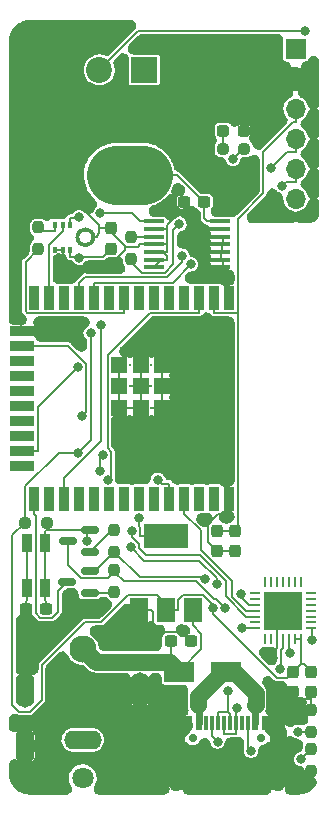
<source format=gbr>
%TF.GenerationSoftware,KiCad,Pcbnew,(6.0.0-0)*%
%TF.CreationDate,2022-02-03T17:32:02+01:00*%
%TF.ProjectId,GlowCoreMini,476c6f77-436f-4726-954d-696e692e6b69,rev?*%
%TF.SameCoordinates,Original*%
%TF.FileFunction,Copper,L1,Top*%
%TF.FilePolarity,Positive*%
%FSLAX46Y46*%
G04 Gerber Fmt 4.6, Leading zero omitted, Abs format (unit mm)*
G04 Created by KiCad (PCBNEW (6.0.0-0)) date 2022-02-03 17:32:02*
%MOMM*%
%LPD*%
G01*
G04 APERTURE LIST*
G04 Aperture macros list*
%AMRoundRect*
0 Rectangle with rounded corners*
0 $1 Rounding radius*
0 $2 $3 $4 $5 $6 $7 $8 $9 X,Y pos of 4 corners*
0 Add a 4 corners polygon primitive as box body*
4,1,4,$2,$3,$4,$5,$6,$7,$8,$9,$2,$3,0*
0 Add four circle primitives for the rounded corners*
1,1,$1+$1,$2,$3*
1,1,$1+$1,$4,$5*
1,1,$1+$1,$6,$7*
1,1,$1+$1,$8,$9*
0 Add four rect primitives between the rounded corners*
20,1,$1+$1,$2,$3,$4,$5,0*
20,1,$1+$1,$4,$5,$6,$7,0*
20,1,$1+$1,$6,$7,$8,$9,0*
20,1,$1+$1,$8,$9,$2,$3,0*%
G04 Aperture macros list end*
%TA.AperFunction,EtchedComponent*%
%ADD10C,0.300000*%
%TD*%
%TA.AperFunction,ComponentPad*%
%ADD11R,1.700000X1.700000*%
%TD*%
%TA.AperFunction,ComponentPad*%
%ADD12O,1.700000X1.700000*%
%TD*%
%TA.AperFunction,SMDPad,CuDef*%
%ADD13R,0.900000X1.500000*%
%TD*%
%TA.AperFunction,SMDPad,CuDef*%
%ADD14R,0.250000X0.900000*%
%TD*%
%TA.AperFunction,SMDPad,CuDef*%
%ADD15R,0.900000X0.250000*%
%TD*%
%TA.AperFunction,SMDPad,CuDef*%
%ADD16R,3.250000X3.250000*%
%TD*%
%TA.AperFunction,SMDPad,CuDef*%
%ADD17RoundRect,0.237500X0.237500X-0.250000X0.237500X0.250000X-0.237500X0.250000X-0.237500X-0.250000X0*%
%TD*%
%TA.AperFunction,SMDPad,CuDef*%
%ADD18RoundRect,0.237500X-0.300000X-0.237500X0.300000X-0.237500X0.300000X0.237500X-0.300000X0.237500X0*%
%TD*%
%TA.AperFunction,SMDPad,CuDef*%
%ADD19RoundRect,0.237500X-0.237500X0.250000X-0.237500X-0.250000X0.237500X-0.250000X0.237500X0.250000X0*%
%TD*%
%TA.AperFunction,SMDPad,CuDef*%
%ADD20RoundRect,0.237500X0.300000X0.237500X-0.300000X0.237500X-0.300000X-0.237500X0.300000X-0.237500X0*%
%TD*%
%TA.AperFunction,SMDPad,CuDef*%
%ADD21RoundRect,0.237500X-0.237500X0.300000X-0.237500X-0.300000X0.237500X-0.300000X0.237500X0.300000X0*%
%TD*%
%TA.AperFunction,SMDPad,CuDef*%
%ADD22R,1.676400X0.355600*%
%TD*%
%TA.AperFunction,SMDPad,CuDef*%
%ADD23RoundRect,0.150000X0.587500X0.150000X-0.587500X0.150000X-0.587500X-0.150000X0.587500X-0.150000X0*%
%TD*%
%TA.AperFunction,SMDPad,CuDef*%
%ADD24R,1.500000X2.000000*%
%TD*%
%TA.AperFunction,SMDPad,CuDef*%
%ADD25R,3.800000X2.000000*%
%TD*%
%TA.AperFunction,ComponentPad*%
%ADD26C,0.700000*%
%TD*%
%TA.AperFunction,SMDPad,CuDef*%
%ADD27R,0.600000X1.300000*%
%TD*%
%TA.AperFunction,SMDPad,CuDef*%
%ADD28R,0.300000X1.300000*%
%TD*%
%TA.AperFunction,ComponentPad*%
%ADD29O,1.200000X2.200000*%
%TD*%
%TA.AperFunction,ComponentPad*%
%ADD30O,1.200000X1.800000*%
%TD*%
%TA.AperFunction,ComponentPad*%
%ADD31C,1.800000*%
%TD*%
%TA.AperFunction,ComponentPad*%
%ADD32O,1.600000X3.000000*%
%TD*%
%TA.AperFunction,ComponentPad*%
%ADD33O,3.200000X1.600000*%
%TD*%
%TA.AperFunction,ComponentPad*%
%ADD34C,2.300000*%
%TD*%
%TA.AperFunction,SMDPad,CuDef*%
%ADD35R,0.400000X0.600000*%
%TD*%
%TA.AperFunction,SMDPad,CuDef*%
%ADD36R,0.100000X0.100000*%
%TD*%
%TA.AperFunction,SMDPad,CuDef*%
%ADD37RoundRect,0.237500X0.250000X0.237500X-0.250000X0.237500X-0.250000X-0.237500X0.250000X-0.237500X0*%
%TD*%
%TA.AperFunction,SMDPad,CuDef*%
%ADD38RoundRect,0.237500X0.287500X0.237500X-0.287500X0.237500X-0.287500X-0.237500X0.287500X-0.237500X0*%
%TD*%
%TA.AperFunction,SMDPad,CuDef*%
%ADD39RoundRect,0.237500X0.237500X-0.300000X0.237500X0.300000X-0.237500X0.300000X-0.237500X-0.300000X0*%
%TD*%
%TA.AperFunction,SMDPad,CuDef*%
%ADD40RoundRect,0.250000X1.500000X0.550000X-1.500000X0.550000X-1.500000X-0.550000X1.500000X-0.550000X0*%
%TD*%
%TA.AperFunction,SMDPad,CuDef*%
%ADD41R,2.500000X1.800000*%
%TD*%
%TA.AperFunction,SMDPad,CuDef*%
%ADD42R,0.900000X2.000000*%
%TD*%
%TA.AperFunction,SMDPad,CuDef*%
%ADD43R,2.000000X0.900000*%
%TD*%
%TA.AperFunction,SMDPad,CuDef*%
%ADD44R,1.330000X1.330000*%
%TD*%
%TA.AperFunction,ComponentPad*%
%ADD45C,0.300000*%
%TD*%
%TA.AperFunction,ComponentPad*%
%ADD46R,2.200000X2.200000*%
%TD*%
%TA.AperFunction,ComponentPad*%
%ADD47C,2.200000*%
%TD*%
%TA.AperFunction,ViaPad*%
%ADD48C,0.800000*%
%TD*%
%TA.AperFunction,Conductor*%
%ADD49C,1.400000*%
%TD*%
%TA.AperFunction,Conductor*%
%ADD50C,0.160000*%
%TD*%
%TA.AperFunction,Conductor*%
%ADD51C,4.000000*%
%TD*%
%TA.AperFunction,Conductor*%
%ADD52C,2.000000*%
%TD*%
%TA.AperFunction,Conductor*%
%ADD53C,5.000000*%
%TD*%
%TA.AperFunction,Conductor*%
%ADD54C,0.600000*%
%TD*%
G04 APERTURE END LIST*
D10*
%TO.C,MK1*%
X137911800Y-85410100D02*
G75*
G03*
X137911800Y-85410100I-675000J0D01*
G01*
%TD*%
D11*
%TO.P,J1,1,Pin_1*%
%TO.N,+5V*%
X155056600Y-69443600D03*
D12*
%TO.P,J1,2,Pin_2*%
%TO.N,GND*%
X155056600Y-71983600D03*
%TO.P,J1,3,Pin_3*%
%TO.N,+3V3*%
X155056600Y-74523600D03*
%TO.P,J1,4,Pin_4*%
%TO.N,IO26{slash}A0{slash}DAC2*%
X155056600Y-77063600D03*
%TO.P,J1,5,Pin_5*%
%TO.N,IO25{slash}A1{slash}DAC1*%
X155056600Y-79603600D03*
%TO.P,J1,6,Pin_6*%
%TO.N,IO13*%
X155056600Y-82143600D03*
%TD*%
D13*
%TO.P,SW1,1,1*%
%TO.N,GND*%
X132310200Y-115112800D03*
X132310200Y-111312800D03*
%TO.P,SW1,2,2*%
%TO.N,RESET*%
X133810200Y-111312800D03*
X133810200Y-115112800D03*
%TD*%
D14*
%TO.P,U4,1,DCD*%
%TO.N,unconnected-(U4-Pad1)*%
X152464401Y-119417813D03*
%TO.P,U4,2,RI*%
%TO.N,unconnected-(U4-Pad2)*%
X152964401Y-119417813D03*
%TO.P,U4,3,GND*%
%TO.N,GND*%
X153464401Y-119417813D03*
%TO.P,U4,4,D+*%
%TO.N,USB-C DATA+*%
X153964401Y-119417813D03*
%TO.P,U4,5,D-*%
%TO.N,USB-C DATA-*%
X154464400Y-119417813D03*
%TO.P,U4,6,VDD*%
%TO.N,+3V3*%
X154964400Y-119417813D03*
%TO.P,U4,7,REGIN*%
X155464400Y-119417813D03*
D15*
%TO.P,U4,8,VBUS*%
%TO.N,+5V*%
X156364414Y-118517799D03*
%TO.P,U4,9,~{RST}*%
%TO.N,unconnected-(U4-Pad9)*%
X156364414Y-118017799D03*
%TO.P,U4,10,NC*%
%TO.N,unconnected-(U4-Pad10)*%
X156364414Y-117517799D03*
%TO.P,U4,11,~{SUSPEND}*%
%TO.N,unconnected-(U4-Pad11)*%
X156364414Y-117017799D03*
%TO.P,U4,12,SUSPEND*%
%TO.N,unconnected-(U4-Pad12)*%
X156364414Y-116517800D03*
%TO.P,U4,13,NC*%
%TO.N,unconnected-(U4-Pad13)*%
X156364414Y-116017800D03*
%TO.P,U4,14,NC*%
%TO.N,unconnected-(U4-Pad14)*%
X156364414Y-115517800D03*
D14*
%TO.P,U4,15,NC*%
%TO.N,unconnected-(U4-Pad15)*%
X155464400Y-114617786D03*
%TO.P,U4,16,NC*%
%TO.N,unconnected-(U4-Pad16)*%
X154964400Y-114617786D03*
%TO.P,U4,17,NC*%
%TO.N,unconnected-(U4-Pad17)*%
X154464400Y-114617786D03*
%TO.P,U4,18,NC*%
%TO.N,unconnected-(U4-Pad18)*%
X153964401Y-114617786D03*
%TO.P,U4,19,NC*%
%TO.N,unconnected-(U4-Pad19)*%
X153464401Y-114617786D03*
%TO.P,U4,20,NC*%
%TO.N,unconnected-(U4-Pad20)*%
X152964401Y-114617786D03*
%TO.P,U4,21,NC*%
%TO.N,unconnected-(U4-Pad21)*%
X152464401Y-114617786D03*
D15*
%TO.P,U4,22,NC*%
%TO.N,unconnected-(U4-Pad22)*%
X151564387Y-115517800D03*
%TO.P,U4,23,CTS*%
%TO.N,unconnected-(U4-Pad23)*%
X151564387Y-116017800D03*
%TO.P,U4,24,RTS*%
%TO.N,RTS*%
X151564387Y-116517800D03*
%TO.P,U4,25,RXD*%
%TO.N,TXD0*%
X151564387Y-117017799D03*
%TO.P,U4,26,TXD*%
%TO.N,RXD0*%
X151564387Y-117517799D03*
%TO.P,U4,27,DSR*%
%TO.N,unconnected-(U4-Pad27)*%
X151564387Y-118017799D03*
%TO.P,U4,28,DTR*%
%TO.N,DTR*%
X151564387Y-118517799D03*
D16*
%TO.P,U4,29,GND_PAD*%
%TO.N,GND*%
X153964400Y-117017800D03*
%TD*%
D17*
%TO.P,R9,1*%
%TO.N,GND*%
X156352000Y-130554100D03*
%TO.P,R9,2*%
%TO.N,USB-C CC2*%
X156352000Y-128729100D03*
%TD*%
D18*
%TO.P,C9,1*%
%TO.N,GND*%
X132197700Y-116840000D03*
%TO.P,C9,2*%
%TO.N,RESET*%
X133922700Y-116840000D03*
%TD*%
%TO.P,C1,1*%
%TO.N,GND*%
X145558100Y-82397600D03*
%TO.P,C1,2*%
%TO.N,+5V*%
X147283100Y-82397600D03*
%TD*%
D19*
%TO.P,R1,1*%
%TO.N,Net-(R1-Pad1)*%
X141137400Y-85396700D03*
%TO.P,R1,2*%
%TO.N,Net-(R1-Pad2)*%
X141137400Y-87221700D03*
%TD*%
D20*
%TO.P,C3,1*%
%TO.N,GND*%
X146192000Y-119608600D03*
%TO.P,C3,2*%
%TO.N,+5V*%
X144467000Y-119608600D03*
%TD*%
D21*
%TO.P,C10,1*%
%TO.N,+3V3*%
X156352000Y-122175100D03*
%TO.P,C10,2*%
%TO.N,GND*%
X156352000Y-123900100D03*
%TD*%
D22*
%TO.P,U1,1,1A*%
%TO.N,IO16{slash}LED1*%
X143017000Y-84054399D03*
%TO.P,U1,2,1B*%
%TO.N,GND*%
X143017000Y-84704400D03*
%TO.P,U1,3,1Y*%
%TO.N,Net-(R1-Pad1)*%
X143017000Y-85354401D03*
%TO.P,U1,4,2A*%
%TO.N,GND*%
X143017000Y-86004400D03*
%TO.P,U1,5,2B*%
X143017000Y-86654399D03*
%TO.P,U1,6,2Y*%
X143017000Y-87304400D03*
%TO.P,U1,7,GND*%
X143017000Y-87954399D03*
%TO.P,U1,8,3Y*%
X148655800Y-87954401D03*
%TO.P,U1,9,3A*%
X148655800Y-87304400D03*
%TO.P,U1,10,3B*%
X148655800Y-86654401D03*
%TO.P,U1,11,4Y*%
X148655800Y-86004400D03*
%TO.P,U1,12,4A*%
X148655800Y-85354401D03*
%TO.P,U1,13,4B*%
X148655800Y-84704400D03*
%TO.P,U1,14,VCC*%
%TO.N,+5V*%
X148655800Y-84054401D03*
%TD*%
D23*
%TO.P,Q2,1*%
%TO.N,Net-(Q2-Pad1)*%
X137602200Y-115544600D03*
%TO.P,Q2,2*%
%TO.N,DTR*%
X137602200Y-113644600D03*
%TO.P,Q2,3*%
%TO.N,IO0*%
X135727200Y-114594600D03*
%TD*%
D24*
%TO.P,U3,1,GND*%
%TO.N,GND*%
X141758400Y-116992800D03*
%TO.P,U3,2,Vout*%
%TO.N,+3V3*%
X144058400Y-116992800D03*
%TO.P,U3,3,Vin*%
%TO.N,+5V*%
X146358400Y-116992800D03*
D25*
%TO.P,U3,4,Vout*%
%TO.N,+3V3*%
X144058400Y-110692800D03*
%TD*%
D26*
%TO.P,USB1,*%
%TO.N,*%
X152130000Y-127786600D03*
X146350000Y-127786600D03*
D27*
%TO.P,USB1,A1B12,GND*%
%TO.N,GND*%
X146040000Y-126546600D03*
%TO.P,USB1,A4B9,VBUS*%
%TO.N,Net-(D1-Pad2)*%
X146840000Y-126546600D03*
D28*
%TO.P,USB1,A5,CC1*%
%TO.N,USB-C CC1*%
X147990000Y-126546600D03*
%TO.P,USB1,A6,DP1*%
%TO.N,USB-C DATA+*%
X148990000Y-126546600D03*
%TO.P,USB1,A7,DN1*%
%TO.N,USB-C DATA-*%
X149490000Y-126546600D03*
%TO.P,USB1,A8,SBU1*%
%TO.N,unconnected-(USB1-PadA8)*%
X150490000Y-126546600D03*
D27*
%TO.P,USB1,B1A12,GND*%
%TO.N,GND*%
X152440000Y-126546600D03*
%TO.P,USB1,B4A9,VBUS*%
%TO.N,Net-(D1-Pad2)*%
X151640000Y-126546600D03*
D28*
%TO.P,USB1,B5,CC2*%
%TO.N,USB-C CC2*%
X150990000Y-126546600D03*
%TO.P,USB1,B6,DP2*%
%TO.N,USB-C DATA+*%
X149990000Y-126546600D03*
%TO.P,USB1,B7,DN2*%
%TO.N,USB-C DATA-*%
X148490000Y-126546600D03*
%TO.P,USB1,B8,SBU2*%
%TO.N,unconnected-(USB1-PadB8)*%
X147490000Y-126546600D03*
D29*
%TO.P,USB1,SHELL,SHELL*%
%TO.N,GND*%
X144920000Y-127286600D03*
D30*
X144920000Y-131466600D03*
D29*
X153560000Y-127286600D03*
D30*
X153560000Y-131466600D03*
%TD*%
D17*
%TO.P,R6,1*%
%TO.N,DTR*%
X139689600Y-112012100D03*
%TO.P,R6,2*%
%TO.N,Net-(Q3-Pad1)*%
X139689600Y-110187100D03*
%TD*%
D31*
%TO.P,J2,*%
%TO.N,*%
X137018000Y-131206600D03*
D32*
%TO.P,J2,1*%
%TO.N,GND*%
X132168000Y-128456600D03*
X141868000Y-128456600D03*
X132168000Y-123756600D03*
X141868000Y-123756600D03*
D33*
%TO.P,J2,2*%
%TO.N,N/C*%
X137018000Y-127956600D03*
D34*
%TO.P,J2,3*%
%TO.N,+5V*%
X137018000Y-120256600D03*
%TD*%
D35*
%TO.P,MK1,1,LR*%
%TO.N,GND*%
X134661800Y-86485100D03*
%TO.P,MK1,2,CONFIG*%
X135311800Y-86485100D03*
%TO.P,MK1,3,VDD*%
%TO.N,+3V3*%
X135961800Y-86485100D03*
D36*
%TO.P,MK1,4,GND*%
%TO.N,GND*%
X137886800Y-85410100D03*
D35*
%TO.P,MK1,5,WS*%
%TO.N,IO15{slash}WS*%
X135961800Y-84335100D03*
%TO.P,MK1,6,SCK*%
%TO.N,IO14{slash}SCK*%
X135311800Y-84335100D03*
%TO.P,MK1,7,SD*%
%TO.N,Net-(MK1-Pad7)*%
X134661800Y-84335100D03*
%TD*%
D37*
%TO.P,R8,1*%
%TO.N,RESET*%
X133972700Y-109575600D03*
%TO.P,R8,2*%
%TO.N,+3V3*%
X132147700Y-109575600D03*
%TD*%
D38*
%TO.P,D2,1,K*%
%TO.N,GND*%
X150673800Y-76377800D03*
%TO.P,D2,2,A*%
%TO.N,Net-(D2-Pad2)*%
X148923800Y-76377800D03*
%TD*%
D39*
%TO.P,C6,1*%
%TO.N,GND*%
X154828000Y-123900100D03*
%TO.P,C6,2*%
%TO.N,+3V3*%
X154828000Y-122175100D03*
%TD*%
D17*
%TO.P,R4,1*%
%TO.N,IO32{slash}SD*%
X133263400Y-86398800D03*
%TO.P,R4,2*%
%TO.N,Net-(MK1-Pad7)*%
X133263400Y-84573800D03*
%TD*%
D21*
%TO.P,C8,1*%
%TO.N,+3V3*%
X149900400Y-110262500D03*
%TO.P,C8,2*%
%TO.N,GND*%
X149900400Y-111987500D03*
%TD*%
D39*
%TO.P,C4,1*%
%TO.N,GND*%
X148401800Y-111962100D03*
%TO.P,C4,2*%
%TO.N,+3V3*%
X148401800Y-110237100D03*
%TD*%
D19*
%TO.P,R3,1*%
%TO.N,GND*%
X156352000Y-125427100D03*
%TO.P,R3,2*%
%TO.N,USB-C CC1*%
X156352000Y-127252100D03*
%TD*%
%TO.P,R5,1*%
%TO.N,RTS*%
X139689600Y-113590700D03*
%TO.P,R5,2*%
%TO.N,Net-(Q2-Pad1)*%
X139689600Y-115415700D03*
%TD*%
D40*
%TO.P,C2,1*%
%TO.N,+5V*%
X139822600Y-80162400D03*
%TO.P,C2,2*%
%TO.N,GND*%
X134222600Y-80162400D03*
%TD*%
D41*
%TO.P,D1,1,K*%
%TO.N,+5V*%
X145182600Y-122174000D03*
%TO.P,D1,2,A*%
%TO.N,Net-(D1-Pad2)*%
X149182600Y-122174000D03*
%TD*%
D42*
%TO.P,U2,1,GND*%
%TO.N,GND*%
X149420000Y-90534600D03*
%TO.P,U2,2,3V3*%
%TO.N,+3V3*%
X148150000Y-90534600D03*
%TO.P,U2,3,EN*%
%TO.N,RESET*%
X146880000Y-90534600D03*
%TO.P,U2,4,SENSOR_VP*%
%TO.N,IO36{slash}A4{slash}SENSOR_VP*%
X145610000Y-90534600D03*
%TO.P,U2,5,SENSOR_VN*%
%TO.N,I39{slash}A3{slash}SENSOR_VN*%
X144340000Y-90534600D03*
%TO.P,U2,6,IO34*%
%TO.N,I34{slash}A2*%
X143070000Y-90534600D03*
%TO.P,U2,7,IO35*%
%TO.N,IO35*%
X141800000Y-90534600D03*
%TO.P,U2,8,IO32*%
%TO.N,IO32{slash}SD*%
X140530000Y-90534600D03*
%TO.P,U2,9,IO33*%
%TO.N,IO33*%
X139260000Y-90534600D03*
%TO.P,U2,10,IO25*%
%TO.N,IO25{slash}A1{slash}DAC1*%
X137990000Y-90534600D03*
%TO.P,U2,11,IO26*%
%TO.N,IO26{slash}A0{slash}DAC2*%
X136720000Y-90534600D03*
%TO.P,U2,12,IO27*%
%TO.N,IO27*%
X135450000Y-90534600D03*
%TO.P,U2,13,IO14*%
%TO.N,IO14{slash}SCK*%
X134180000Y-90534600D03*
%TO.P,U2,14,IO12*%
%TO.N,IO12*%
X132910000Y-90534600D03*
D43*
%TO.P,U2,15,GND*%
%TO.N,GND*%
X131910000Y-93319600D03*
%TO.P,U2,16,IO13*%
%TO.N,IO13*%
X131910000Y-94589600D03*
%TO.P,U2,17,NC*%
%TO.N,unconnected-(U2-Pad17)*%
X131910000Y-95859600D03*
%TO.P,U2,18,NC*%
%TO.N,unconnected-(U2-Pad18)*%
X131910000Y-97129600D03*
%TO.P,U2,19,NC*%
%TO.N,unconnected-(U2-Pad19)*%
X131910000Y-98399600D03*
%TO.P,U2,20,NC*%
%TO.N,unconnected-(U2-Pad20)*%
X131910000Y-99669600D03*
%TO.P,U2,21,NC*%
%TO.N,unconnected-(U2-Pad21)*%
X131910000Y-100939600D03*
%TO.P,U2,22,NC*%
%TO.N,unconnected-(U2-Pad22)*%
X131910000Y-102209600D03*
%TO.P,U2,23,IO15*%
%TO.N,IO15{slash}WS*%
X131910000Y-103479600D03*
%TO.P,U2,24,IO2*%
%TO.N,IO2*%
X131910000Y-104749600D03*
D42*
%TO.P,U2,25,IO0*%
%TO.N,IO0*%
X132910000Y-107534600D03*
%TO.P,U2,26,IO4*%
%TO.N,IO4{slash}A5*%
X134180000Y-107534600D03*
%TO.P,U2,27,IO16*%
%TO.N,IO16{slash}LED1*%
X135450000Y-107534600D03*
%TO.P,U2,28,IO17*%
%TO.N,IO17*%
X136720000Y-107534600D03*
%TO.P,U2,29,IO5*%
%TO.N,IO5*%
X137990000Y-107534600D03*
%TO.P,U2,30,IO18*%
%TO.N,IO18{slash}MOSI*%
X139260000Y-107534600D03*
%TO.P,U2,31,IO19*%
%TO.N,IO19{slash}MISO*%
X140530000Y-107534600D03*
%TO.P,U2,32,NC1*%
%TO.N,unconnected-(U2-Pad32)*%
X141800000Y-107534600D03*
%TO.P,U2,33,IO21*%
%TO.N,IO21*%
X143070000Y-107534600D03*
%TO.P,U2,34,RXD0*%
%TO.N,RXD0*%
X144340000Y-107534600D03*
%TO.P,U2,35,TXD0*%
%TO.N,TXD0*%
X145610000Y-107534600D03*
%TO.P,U2,36,IO22*%
%TO.N,IO22*%
X146880000Y-107534600D03*
%TO.P,U2,37,IO23*%
%TO.N,IO23*%
X148150000Y-107534600D03*
%TO.P,U2,38,GND*%
%TO.N,GND*%
X149420000Y-107534600D03*
D44*
%TO.P,U2,39_1,GND*%
X143755000Y-96199600D03*
%TO.P,U2,39_2,GND*%
X143755000Y-98034600D03*
%TO.P,U2,39_3,GND*%
X143755000Y-99869600D03*
%TO.P,U2,39_4,GND*%
X141920000Y-96199600D03*
%TO.P,U2,39_5,GND*%
X141920000Y-98034600D03*
%TO.P,U2,39_6,GND*%
X141920000Y-99869600D03*
%TO.P,U2,39_7,GND*%
X140085000Y-96199600D03*
%TO.P,U2,39_8,GND*%
X140085000Y-98034600D03*
%TO.P,U2,39_9,GND*%
X140085000Y-99869600D03*
D45*
%TO.P,U2,39_10,GND*%
X143755000Y-97117100D03*
%TO.P,U2,39_11,GND*%
X143755000Y-98952100D03*
%TO.P,U2,39_12,GND*%
X142837500Y-96199600D03*
%TO.P,U2,39_13,GND*%
X142837500Y-98034600D03*
%TO.P,U2,39_14,GND*%
X142837500Y-99869600D03*
%TO.P,U2,39_15,GND*%
X141920000Y-97117100D03*
%TO.P,U2,39_16,GND*%
X141920000Y-98952100D03*
%TO.P,U2,39_17,GND*%
X141002500Y-96199600D03*
%TO.P,U2,39_18,GND*%
X141002500Y-98034600D03*
%TO.P,U2,39_19,GND*%
X141002500Y-99869600D03*
%TO.P,U2,39_20,GND*%
X140085000Y-97117100D03*
%TO.P,U2,39_21,GND*%
X140085000Y-98952100D03*
%TD*%
D46*
%TO.P,P1,1,1*%
%TO.N,+5V*%
X142229608Y-71235450D03*
D47*
%TO.P,P1,2,2*%
%TO.N,Net-(R1-Pad2)*%
X138419600Y-71235450D03*
%TO.P,P1,3,3*%
%TO.N,GND*%
X134609592Y-71235450D03*
%TD*%
D21*
%TO.P,C7,1*%
%TO.N,GND*%
X139384800Y-84649200D03*
%TO.P,C7,2*%
%TO.N,+3V3*%
X139384800Y-86374200D03*
%TD*%
D37*
%TO.P,R7,1*%
%TO.N,Net-(R7-Pad1)*%
X150711300Y-77927200D03*
%TO.P,R7,2*%
%TO.N,Net-(D2-Pad2)*%
X148886300Y-77927200D03*
%TD*%
D23*
%TO.P,Q3,1*%
%TO.N,Net-(Q3-Pad1)*%
X137604500Y-112075000D03*
%TO.P,Q3,2*%
%TO.N,RESET*%
X137604500Y-110175000D03*
%TO.P,Q3,3*%
%TO.N,RTS*%
X135729500Y-111125000D03*
%TD*%
D48*
%TO.N,GND*%
X142928700Y-119224800D03*
X153095300Y-121004300D03*
X132227300Y-82316300D03*
%TO.N,+5V*%
X142102600Y-80136600D03*
X156417700Y-119520400D03*
%TO.N,+3V3*%
X136599700Y-103630500D03*
X136708700Y-87127400D03*
X148055100Y-116778000D03*
X137685600Y-93532800D03*
X141792900Y-109172400D03*
%TO.N,RESET*%
X139145600Y-105922500D03*
X137342600Y-111081100D03*
%TO.N,USB-C DATA+*%
X150045600Y-125290300D03*
X153717200Y-121974500D03*
%TO.N,USB-C DATA-*%
X149320900Y-123816700D03*
X154546000Y-120592300D03*
%TO.N,IO15{slash}WS*%
X136600400Y-96369600D03*
X136715200Y-83718000D03*
%TO.N,DTR*%
X150483200Y-118517800D03*
X147392700Y-114306700D03*
%TO.N,RTS*%
X150425800Y-115624600D03*
X149067000Y-116792500D03*
%TO.N,IO13*%
X148374500Y-114743200D03*
X141090100Y-111659300D03*
X138438600Y-105214700D03*
X138753500Y-103854000D03*
X136997300Y-100502500D03*
%TO.N,IO25{slash}A1{slash}DAC1*%
X153906600Y-81046300D03*
X146187900Y-87694000D03*
%TO.N,IO26{slash}A0{slash}DAC2*%
X145421600Y-86954600D03*
X152979900Y-79538000D03*
%TO.N,IO16{slash}LED1*%
X138568200Y-92855200D03*
X138517500Y-83381000D03*
%TO.N,RXD0*%
X141212900Y-110269800D03*
X143373100Y-105927500D03*
%TO.N,USB-C CC1*%
X148433500Y-128100200D03*
X155242100Y-127252100D03*
%TO.N,USB-C CC2*%
X155488500Y-129574300D03*
X151265300Y-128878200D03*
%TO.N,Net-(R7-Pad1)*%
X149737100Y-78768200D03*
%TO.N,Net-(R1-Pad2)*%
X155803900Y-67922800D03*
X145207800Y-84301300D03*
%TD*%
D49*
%TO.N,GND*%
X144920000Y-127286600D02*
X144978300Y-127286600D01*
D50*
X148725800Y-86654400D02*
X148795700Y-86654400D01*
X143017000Y-86004400D02*
X141898500Y-86004400D01*
X134610000Y-71231600D02*
X134609600Y-71231200D01*
X148096600Y-84704400D02*
X147537300Y-84704400D01*
X136086000Y-87839600D02*
X135311800Y-87065400D01*
X145809200Y-82976300D02*
X145558100Y-82976300D01*
X148935500Y-85354400D02*
X148935500Y-86004400D01*
X140085000Y-98952100D02*
X140085000Y-98034600D01*
X142837500Y-98034600D02*
X141920000Y-98034600D01*
D51*
X150982400Y-71932600D02*
X152415000Y-71932600D01*
D49*
X153560000Y-131466600D02*
X153560000Y-130770500D01*
D51*
X134610000Y-72928600D02*
X137018000Y-75336600D01*
D50*
X141758400Y-116992800D02*
X142788700Y-116992800D01*
X149420000Y-106254300D02*
X149194400Y-106254300D01*
X145394400Y-118811000D02*
X146192000Y-119608600D01*
D49*
X152839500Y-126586600D02*
X152839500Y-126546600D01*
D50*
X148795700Y-86004400D02*
X148935500Y-86004400D01*
X134661800Y-86485100D02*
X135311800Y-86485100D01*
X150982400Y-71932600D02*
X150982400Y-76069200D01*
D52*
X152465800Y-71983600D02*
X152415000Y-71932600D01*
D50*
X143829100Y-86654400D02*
X144135500Y-86960800D01*
X147537300Y-85010800D02*
X147537300Y-85354400D01*
X140085000Y-99869600D02*
X140085000Y-98952100D01*
X148880400Y-87954400D02*
X148984900Y-87954400D01*
D51*
X134610000Y-71231600D02*
X134610000Y-72928600D01*
D50*
X150982400Y-76069200D02*
X150673800Y-76377800D01*
X138217100Y-85264100D02*
X138217100Y-85410100D01*
X143576300Y-87395100D02*
X143017000Y-87954400D01*
X144135500Y-86654400D02*
X144135500Y-86004400D01*
X145563300Y-126701600D02*
X145718300Y-126546600D01*
X138435200Y-84649200D02*
X139384800Y-84649200D01*
X148655800Y-87954400D02*
X148880400Y-87954400D01*
X149420000Y-107534600D02*
X149420000Y-108814900D01*
X145718300Y-126546600D02*
X146040000Y-126546600D01*
X147537300Y-84704400D02*
X145809200Y-82976300D01*
X139384800Y-84649200D02*
X139384800Y-84946400D01*
X142837500Y-99869600D02*
X143755000Y-99869600D01*
D53*
X133365000Y-81019600D02*
X134222900Y-80162700D01*
D50*
X142928700Y-117132800D02*
X142788700Y-116992800D01*
D49*
X153539800Y-127286600D02*
X152839500Y-126586600D01*
D50*
X148655800Y-85354400D02*
X147537300Y-85354400D01*
X147843700Y-84704400D02*
X147537300Y-85010800D01*
X141920000Y-98034600D02*
X141002500Y-98034600D01*
X154828000Y-124523900D02*
X154828000Y-123900100D01*
X142928700Y-118811000D02*
X145394400Y-118811000D01*
X145558100Y-82397600D02*
X145558100Y-82976300D01*
D49*
X153560000Y-130770500D02*
X153560000Y-127286600D01*
D50*
X132310200Y-115112800D02*
X132310200Y-116143100D01*
X143755000Y-99869600D02*
X143755000Y-98952100D01*
X142928700Y-118811000D02*
X142928700Y-117132800D01*
X148655800Y-84704400D02*
X148096600Y-84704400D01*
X140085000Y-98034600D02*
X140085000Y-97117100D01*
X138435200Y-84375000D02*
X138435200Y-84649200D01*
X135311800Y-86485100D02*
X135311800Y-87065400D01*
X144135500Y-84398900D02*
X144135500Y-84704400D01*
X153964400Y-117017800D02*
X153464400Y-117517800D01*
X143755000Y-98952100D02*
X143755000Y-98034600D01*
X148655800Y-86004400D02*
X148795700Y-86004400D01*
X143017000Y-86004400D02*
X144135500Y-86004400D01*
X154828000Y-124523900D02*
X156352000Y-124523900D01*
X153560000Y-127286600D02*
X153560000Y-125906300D01*
X149420000Y-89254300D02*
X148984900Y-88819200D01*
X139254300Y-87839600D02*
X136086000Y-87839600D01*
X148427200Y-111987500D02*
X148401800Y-111962100D01*
X132197700Y-116840000D02*
X132197700Y-116255600D01*
X143576300Y-86654400D02*
X143829100Y-86654400D01*
X143017000Y-86654400D02*
X143576300Y-86654400D01*
X149420000Y-107534600D02*
X149420000Y-106254300D01*
D51*
X147187500Y-71932600D02*
X150982400Y-71932600D01*
D50*
X153560000Y-125906300D02*
X154828000Y-124638300D01*
X140583200Y-86510700D02*
X139254300Y-87839600D01*
D52*
X155056600Y-71983600D02*
X152465800Y-71983600D01*
D50*
X148725800Y-86654400D02*
X148725800Y-87304400D01*
X149900400Y-111987500D02*
X148427200Y-111987500D01*
X153464400Y-120193500D02*
X153464400Y-119417800D01*
X143017000Y-87304400D02*
X143576300Y-87304400D01*
X134222900Y-80162700D02*
X138435200Y-84375000D01*
X148401800Y-111962100D02*
X147610600Y-111170900D01*
X153464400Y-117517800D02*
X153464400Y-119417800D01*
X141920000Y-99869600D02*
X141920000Y-98952100D01*
X143755000Y-99869600D02*
X143755000Y-100814900D01*
X153560000Y-130770500D02*
X156135600Y-130770500D01*
X141920000Y-98034600D02*
X141920000Y-97117100D01*
X137886800Y-85410100D02*
X138217100Y-85410100D01*
X152440000Y-126546600D02*
X152839500Y-126546600D01*
X141920000Y-98952100D02*
X141920000Y-98034600D01*
X140583200Y-86224600D02*
X140583200Y-86510700D01*
X153095300Y-121004300D02*
X153095300Y-120562600D01*
X138435200Y-84649200D02*
X138435200Y-85046000D01*
X140583200Y-86224600D02*
X141678300Y-86224600D01*
X143017000Y-84704400D02*
X144135500Y-84704400D01*
D51*
X133365000Y-81178600D02*
X133365000Y-81019600D01*
D50*
X133365000Y-81178600D02*
X132227300Y-82316300D01*
X149420000Y-90534600D02*
X149420000Y-89254300D01*
X141678300Y-86224600D02*
X141898500Y-86004400D01*
D53*
X134222900Y-80162700D02*
X134223000Y-80162600D01*
D51*
X137018000Y-75336600D02*
X143783900Y-75336600D01*
D50*
X132310200Y-115112800D02*
X132310200Y-111312800D01*
X145558100Y-82976300D02*
X144135500Y-84398900D01*
X140583200Y-86144800D02*
X140583200Y-86224600D01*
X140085000Y-99869600D02*
X141002500Y-99869600D01*
X142928700Y-119224800D02*
X142928700Y-118811000D01*
X143576300Y-87304400D02*
X143576300Y-87395100D01*
X143755000Y-98034600D02*
X143755000Y-97117100D01*
X143576300Y-87304400D02*
X144135500Y-87304400D01*
X138435200Y-85046000D02*
X138217100Y-85264100D01*
D51*
X143783900Y-75336600D02*
X147187500Y-71932600D01*
D50*
X143576300Y-86654400D02*
X144135500Y-86654400D01*
X156352000Y-125427100D02*
X156352000Y-124523900D01*
X141920000Y-97117100D02*
X141920000Y-96199600D01*
X148880400Y-87355900D02*
X148880400Y-87954400D01*
X132168000Y-123756600D02*
X132168000Y-121976300D01*
X140085000Y-97117100D02*
X140085000Y-96199600D01*
X141002500Y-99869600D02*
X141920000Y-99869600D01*
X148096600Y-84704400D02*
X147843700Y-84704400D01*
X143755000Y-97117100D02*
X143755000Y-96199600D01*
X148984900Y-88819200D02*
X148984900Y-87954400D01*
X148655800Y-85354400D02*
X148935500Y-85354400D01*
X132227300Y-82316300D02*
X131816600Y-82727000D01*
D49*
X153560000Y-127286600D02*
X153539800Y-127286600D01*
D50*
X153095300Y-120562600D02*
X153464400Y-120193500D01*
X148725800Y-87304400D02*
X148828900Y-87304400D01*
X156135600Y-130770500D02*
X156352000Y-130554100D01*
X148828900Y-87304400D02*
X148880400Y-87355900D01*
X139384800Y-84946400D02*
X140583200Y-86144800D01*
X148655800Y-87304400D02*
X148725800Y-87304400D01*
X148491000Y-108814900D02*
X149420000Y-108814900D01*
X147610600Y-109695300D02*
X148491000Y-108814900D01*
D49*
X153560000Y-131466600D02*
X144920000Y-131466600D01*
D50*
X132197700Y-116255600D02*
X132310200Y-116143100D01*
D49*
X144978300Y-127286600D02*
X145563300Y-126701600D01*
D50*
X144135500Y-86004400D02*
X144135500Y-84704400D01*
X144135500Y-86960800D02*
X144135500Y-87304400D01*
D49*
X144920000Y-127286600D02*
X144920000Y-131466600D01*
D50*
X148795700Y-86004400D02*
X148795700Y-86654400D01*
X154828000Y-124638300D02*
X154828000Y-124523900D01*
X156352000Y-124523900D02*
X156352000Y-123900100D01*
X132197700Y-121946600D02*
X132197700Y-116840000D01*
X147610600Y-111170900D02*
X147610600Y-109695300D01*
X132168000Y-121976300D02*
X132197700Y-121946600D01*
X134222600Y-80162400D02*
X134222900Y-80162700D01*
X131816600Y-82727000D02*
X131816600Y-93226200D01*
X149194400Y-106254300D02*
X143755000Y-100814900D01*
X131816600Y-93226200D02*
X131910000Y-93319600D01*
X148655800Y-86654400D02*
X148725800Y-86654400D01*
D53*
%TO.N,+5V*%
X142102600Y-80136600D02*
X139848000Y-80136600D01*
D50*
X147057100Y-118971800D02*
X146358400Y-118273100D01*
D53*
X139848000Y-80136600D02*
X139823000Y-80162600D01*
D50*
X145182600Y-122174000D02*
X145182600Y-122173600D01*
X144467000Y-119608600D02*
X144467000Y-121255300D01*
X139822600Y-80162400D02*
X139822800Y-80162600D01*
D49*
X138118000Y-121356600D02*
X137018000Y-120256600D01*
D50*
X148655800Y-84054400D02*
X147537300Y-84054400D01*
X156417700Y-119520400D02*
X156417700Y-118571100D01*
X142102600Y-80136600D02*
X145022100Y-80136600D01*
X146358400Y-116992800D02*
X146358400Y-118273100D01*
X139822800Y-80162600D02*
X139823000Y-80162600D01*
X147283100Y-82397600D02*
X147283100Y-83800200D01*
D49*
X144365700Y-121356600D02*
X138118000Y-121356600D01*
D50*
X145022100Y-80136600D02*
X147283100Y-82397600D01*
X145182600Y-122173600D02*
X147057100Y-120299100D01*
X156417700Y-118571100D02*
X156364400Y-118517800D01*
X147283100Y-83800200D02*
X147537300Y-84054400D01*
D49*
X145182600Y-122173600D02*
X144365700Y-121356600D01*
D50*
X147057100Y-120299100D02*
X147057100Y-118971800D01*
X144467000Y-121255300D02*
X144365700Y-121356600D01*
%TO.N,+3V3*%
X144058400Y-116992800D02*
X144573600Y-116992800D01*
X154293800Y-122709300D02*
X154828000Y-122175100D01*
X132147700Y-109575600D02*
X132147700Y-106450500D01*
X144573600Y-116992800D02*
X143293200Y-115712400D01*
X148427200Y-110262500D02*
X148401800Y-110237100D01*
X150150400Y-91814900D02*
X150150400Y-83840500D01*
X133571400Y-121603100D02*
X133571400Y-124585500D01*
X137187600Y-117986900D02*
X133571400Y-121603100D01*
X141893200Y-109988100D02*
X141792900Y-109887800D01*
X135961800Y-87065400D02*
X136708700Y-87065400D01*
X149900400Y-110262500D02*
X148427200Y-110262500D01*
X137685600Y-93532800D02*
X137685600Y-102544600D01*
X147224500Y-115712400D02*
X148055100Y-116543000D01*
X152299600Y-81691300D02*
X152299600Y-78176700D01*
X150150400Y-83840500D02*
X152299600Y-81691300D01*
X154828000Y-122175100D02*
X155464400Y-121538700D01*
X155715600Y-121538700D02*
X155464400Y-121538700D01*
X155464400Y-119417800D02*
X155464400Y-120148100D01*
X143293200Y-115712400D02*
X140873900Y-115712400D01*
X133571400Y-124585500D02*
X132591800Y-125565100D01*
X153463100Y-122709300D02*
X154293800Y-122709300D01*
X148150000Y-90534600D02*
X148150000Y-91814900D01*
X155464400Y-121538700D02*
X155464400Y-120148100D01*
X138693600Y-87065400D02*
X139384800Y-86374200D01*
X149900400Y-110262500D02*
X150150400Y-110012500D01*
X154822400Y-75653900D02*
X155056600Y-75653900D01*
X131644200Y-125565100D02*
X131067600Y-124988500D01*
X134967700Y-103630500D02*
X136599700Y-103630500D01*
X141878100Y-110566700D02*
X141893200Y-110551600D01*
X132147700Y-106450500D02*
X134967700Y-103630500D01*
X148055100Y-117301300D02*
X153463100Y-122709300D01*
X138599400Y-117986900D02*
X137187600Y-117986900D01*
X140873900Y-115712400D02*
X138599400Y-117986900D01*
X131067600Y-110655700D02*
X132147700Y-109575600D01*
X144058400Y-110692800D02*
X141878100Y-110692800D01*
X150150400Y-110012500D02*
X150150400Y-91814900D01*
X152299600Y-78176700D02*
X154822400Y-75653900D01*
X155464400Y-119417800D02*
X154964400Y-119417800D01*
X144573600Y-116992800D02*
X145088700Y-116992800D01*
X156352000Y-122175100D02*
X155715600Y-121538700D01*
X145088700Y-116992800D02*
X145088700Y-116091300D01*
X131067600Y-124988500D02*
X131067600Y-110655700D01*
X141878100Y-110692800D02*
X141878100Y-110566700D01*
X135961800Y-86485100D02*
X135961800Y-87065400D01*
X141792900Y-109887800D02*
X141792900Y-109172400D01*
X136708700Y-87065400D02*
X136708700Y-87127400D01*
X137685600Y-102544600D02*
X136599700Y-103630500D01*
X136708700Y-87065400D02*
X138693600Y-87065400D01*
X155056600Y-74523600D02*
X155056600Y-75653900D01*
X148055100Y-116778000D02*
X148055100Y-117301300D01*
X141893200Y-110551600D02*
X141893200Y-109988100D01*
X150150400Y-91814900D02*
X148150000Y-91814900D01*
X145467600Y-115712400D02*
X147224500Y-115712400D01*
X132591800Y-125565100D02*
X131644200Y-125565100D01*
X148055100Y-116543000D02*
X148055100Y-116778000D01*
X145088700Y-116091300D02*
X145467600Y-115712400D01*
%TO.N,RESET*%
X139139600Y-103278100D02*
X139433800Y-103572300D01*
X133810200Y-115628000D02*
X133810200Y-116143100D01*
X137342600Y-110436900D02*
X137056600Y-110150900D01*
X139433800Y-103572300D02*
X139433800Y-105634300D01*
X146880000Y-90534600D02*
X146880000Y-91814900D01*
X133922700Y-116255600D02*
X133810200Y-116143100D01*
X146880000Y-91814900D02*
X142709400Y-91814900D01*
X133810200Y-115112800D02*
X133810200Y-111312800D01*
X133810200Y-111312800D02*
X133810200Y-110313400D01*
X133922700Y-116840000D02*
X133922700Y-116255600D01*
X137342600Y-110436900D02*
X137604500Y-110175000D01*
X137056600Y-110150900D02*
X133972700Y-110150900D01*
X139139600Y-95384700D02*
X139139600Y-103278100D01*
X139433800Y-105634300D02*
X139145600Y-105922500D01*
X133972700Y-110150900D02*
X133810200Y-110313400D01*
X142709400Y-91814900D02*
X139139600Y-95384700D01*
X137342600Y-111081100D02*
X137342600Y-110436900D01*
X133972700Y-109575600D02*
X133972700Y-110150900D01*
X133810200Y-115628000D02*
X133810200Y-115112800D01*
%TO.N,Net-(D2-Pad2)*%
X148886300Y-77927200D02*
X148886300Y-76415300D01*
X148886300Y-76415300D02*
X148923800Y-76377800D01*
%TO.N,USB-C DATA+*%
X153775600Y-120392000D02*
X153964400Y-120203200D01*
X149990000Y-127476900D02*
X148990000Y-127476900D01*
X153775600Y-121916100D02*
X153775600Y-120392000D01*
X149990000Y-125345900D02*
X150045600Y-125290300D01*
X149990000Y-126546600D02*
X149990000Y-125345900D01*
X153717200Y-121974500D02*
X153775600Y-121916100D01*
X149990000Y-126546600D02*
X149990000Y-127476900D01*
X148990000Y-126546600D02*
X148990000Y-127476900D01*
X153964400Y-120203200D02*
X153964400Y-119417800D01*
%TO.N,USB-C DATA-*%
X148490000Y-125616300D02*
X149320900Y-125616300D01*
X149320900Y-125616300D02*
X149490000Y-125785400D01*
X154464400Y-120148100D02*
X154546000Y-120229700D01*
X154464400Y-119417800D02*
X154464400Y-120148100D01*
X149490000Y-125785400D02*
X149490000Y-126546600D01*
X154546000Y-120229700D02*
X154546000Y-120592300D01*
X148490000Y-126546600D02*
X148490000Y-125616300D01*
X149320900Y-125616300D02*
X149320900Y-123816700D01*
%TO.N,IO15{slash}WS*%
X131910000Y-103479600D02*
X133190300Y-103479600D01*
X133190300Y-99779700D02*
X136600400Y-96369600D01*
X135961800Y-84335100D02*
X135961800Y-83754800D01*
X136715200Y-83718000D02*
X136678400Y-83754800D01*
X133190300Y-103479600D02*
X133190300Y-99779700D01*
X136678400Y-83754800D02*
X135961800Y-83754800D01*
%TO.N,IO14{slash}SCK*%
X134180000Y-90534600D02*
X134180000Y-86047200D01*
X134180000Y-86047200D02*
X135311800Y-84915400D01*
X135311800Y-84335100D02*
X135311800Y-84915400D01*
%TO.N,DTR*%
X151564400Y-118517800D02*
X150483200Y-118517800D01*
X137602200Y-113644600D02*
X138057100Y-113644600D01*
X138057100Y-113644600D02*
X139689600Y-112012100D01*
X139689600Y-112012100D02*
X141863400Y-114185900D01*
X141863400Y-114185900D02*
X147271900Y-114185900D01*
X147271900Y-114185900D02*
X147392700Y-114306700D01*
%TO.N,IO0*%
X132910000Y-108814900D02*
X133060200Y-108965100D01*
X134949500Y-115372300D02*
X135727200Y-114594600D01*
X133431500Y-117626500D02*
X134428300Y-117626500D01*
X134949400Y-117105400D02*
X134949400Y-115372300D01*
X133060200Y-117255200D02*
X133431500Y-117626500D01*
X133060200Y-108965100D02*
X133060200Y-117255200D01*
X134949400Y-115372300D02*
X134949500Y-115372300D01*
X134428300Y-117626500D02*
X134949400Y-117105400D01*
X132910000Y-107534600D02*
X132910000Y-108814900D01*
%TO.N,RTS*%
X136844200Y-114250800D02*
X139152700Y-114250800D01*
X135729500Y-113136100D02*
X136844200Y-114250800D01*
X140521900Y-114546200D02*
X146625300Y-114546200D01*
X139689600Y-113713900D02*
X139689600Y-113590700D01*
X151081400Y-116517800D02*
X151564400Y-116517800D01*
X148135200Y-116056100D02*
X148330600Y-116056100D01*
X139689600Y-113713900D02*
X140521900Y-114546200D01*
X139152700Y-114250800D02*
X139689600Y-113713900D01*
X150425800Y-115862200D02*
X151081400Y-116517800D01*
X150425800Y-115624600D02*
X150425800Y-115862200D01*
X135729500Y-111125000D02*
X135729500Y-113136100D01*
X146625300Y-114546200D02*
X148135200Y-116056100D01*
X148330600Y-116056100D02*
X149067000Y-116792500D01*
%TO.N,IO32{slash}SD*%
X132330200Y-91814900D02*
X132179600Y-91664300D01*
X140530000Y-90534600D02*
X140530000Y-91814900D01*
X140530000Y-91814900D02*
X132330200Y-91814900D01*
X132179600Y-91664300D02*
X132179600Y-87482600D01*
X132179600Y-87482600D02*
X133263400Y-86398800D01*
%TO.N,IO13*%
X137325300Y-100174500D02*
X136997300Y-100502500D01*
X138438600Y-104168900D02*
X138438600Y-105214700D01*
X141090100Y-111659300D02*
X142210600Y-112779800D01*
X131910000Y-94589600D02*
X135786500Y-94589600D01*
X138753500Y-103854000D02*
X138438600Y-104168900D01*
X142210600Y-112779800D02*
X146874100Y-112779800D01*
X148374500Y-114280200D02*
X148374500Y-114743200D01*
X137325300Y-96128400D02*
X137325300Y-100174500D01*
X146874100Y-112779800D02*
X148374500Y-114280200D01*
X135786500Y-94589600D02*
X137325300Y-96128400D01*
%TO.N,IO25{slash}A1{slash}DAC1*%
X137990000Y-90534600D02*
X137990000Y-89254300D01*
X155056600Y-79603600D02*
X155056600Y-80733900D01*
X154219000Y-80733900D02*
X155056600Y-80733900D01*
X144627600Y-89254300D02*
X146187900Y-87694000D01*
X153906600Y-81046300D02*
X154219000Y-80733900D01*
X137990000Y-89254300D02*
X144627600Y-89254300D01*
%TO.N,IO26{slash}A0{slash}DAC2*%
X145421600Y-87482100D02*
X145421600Y-86954600D01*
X152979900Y-79538000D02*
X154324000Y-78193900D01*
X144130800Y-88772900D02*
X145421600Y-87482100D01*
X155056600Y-77063600D02*
X155056600Y-78193900D01*
X136720000Y-89254300D02*
X137201400Y-88772900D01*
X136720000Y-90534600D02*
X136720000Y-89254300D01*
X137201400Y-88772900D02*
X144130800Y-88772900D01*
X154324000Y-78193900D02*
X155056600Y-78193900D01*
%TO.N,IO16{slash}LED1*%
X143017000Y-84054400D02*
X141898500Y-84054400D01*
X138517500Y-83381000D02*
X141225100Y-83381000D01*
X141225100Y-83381000D02*
X141898500Y-84054400D01*
X135450000Y-105793300D02*
X138568200Y-102675100D01*
X135450000Y-107534600D02*
X135450000Y-105793300D01*
X138568200Y-102675100D02*
X138568200Y-92855200D01*
%TO.N,RXD0*%
X146953700Y-112349900D02*
X142366500Y-112349900D01*
X143699900Y-106254300D02*
X143373100Y-105927500D01*
X141770400Y-111753800D02*
X141770400Y-111377600D01*
X141212900Y-110820200D02*
X141212900Y-110269800D01*
X141213000Y-110820200D02*
X141212900Y-110820200D01*
X141770400Y-111377600D02*
X141213000Y-110820200D01*
X144340000Y-106254300D02*
X143699900Y-106254300D01*
X151564400Y-117517800D02*
X150824400Y-117517800D01*
X150824400Y-117517800D02*
X149108000Y-115801400D01*
X149108000Y-115801400D02*
X149108000Y-114504200D01*
X149108000Y-114504200D02*
X146953700Y-112349900D01*
X142366500Y-112349900D02*
X141770400Y-111753800D01*
X144340000Y-107534600D02*
X144340000Y-106254300D01*
%TO.N,TXD0*%
X150834100Y-117017800D02*
X149648400Y-115832100D01*
X145610000Y-107534600D02*
X145610000Y-108814900D01*
X149648400Y-114535100D02*
X146994000Y-111880700D01*
X146994000Y-111880700D02*
X146994000Y-110198900D01*
X149648400Y-115832100D02*
X149648400Y-114535100D01*
X146994000Y-110198900D02*
X145610000Y-108814900D01*
X151564400Y-117017800D02*
X150834100Y-117017800D01*
D54*
%TO.N,Net-(D1-Pad2)*%
X146840000Y-125035600D02*
X146801600Y-124996600D01*
X146840000Y-126546600D02*
X146840000Y-125035600D01*
D49*
X151653000Y-123977600D02*
X151653000Y-124996600D01*
X146801600Y-124996600D02*
X146801600Y-124231600D01*
D54*
X151640000Y-126546600D02*
X151640000Y-125034600D01*
D49*
X148859000Y-122173600D02*
X149354300Y-122173600D01*
X149849600Y-122173600D02*
X151653000Y-123977600D01*
D50*
X149354300Y-122173600D02*
X149353900Y-122174000D01*
D49*
X146801600Y-124231600D02*
X148859000Y-122173600D01*
D50*
X149353900Y-122174000D02*
X149182600Y-122174000D01*
D49*
X151653000Y-124996600D02*
X151602200Y-124996600D01*
X149354300Y-122173600D02*
X149849600Y-122173600D01*
D54*
X151640000Y-125034600D02*
X151602200Y-124996600D01*
D50*
%TO.N,USB-C CC1*%
X148433500Y-128100200D02*
X147990000Y-127656700D01*
X156352000Y-127252100D02*
X155242100Y-127252100D01*
X147990000Y-127656700D02*
X147990000Y-126546600D01*
%TO.N,USB-C CC2*%
X150990000Y-128602900D02*
X151265300Y-128878200D01*
X156333700Y-128729100D02*
X156352000Y-128729100D01*
X150990000Y-126546600D02*
X150990000Y-128602900D01*
X155488500Y-129574300D02*
X156333700Y-128729100D01*
%TO.N,Net-(MK1-Pad7)*%
X133605000Y-84915400D02*
X133263400Y-84573800D01*
X134661800Y-84335100D02*
X134661800Y-84915400D01*
X134661800Y-84915400D02*
X133605000Y-84915400D01*
%TO.N,Net-(Q2-Pad1)*%
X139689600Y-115415700D02*
X139560700Y-115544600D01*
X139560700Y-115544600D02*
X137602200Y-115544600D01*
%TO.N,Net-(Q3-Pad1)*%
X139492400Y-110187100D02*
X139689600Y-110187100D01*
X137604500Y-112075000D02*
X139492400Y-110187100D01*
%TO.N,Net-(R7-Pad1)*%
X150711300Y-77927200D02*
X150578100Y-77927200D01*
X150578100Y-77927200D02*
X149737100Y-78768200D01*
%TO.N,Net-(R1-Pad1)*%
X141179700Y-85354400D02*
X141137400Y-85396700D01*
X143017000Y-85354400D02*
X141179700Y-85354400D01*
%TO.N,Net-(R1-Pad2)*%
X144689400Y-87702700D02*
X144689400Y-84819700D01*
X141728000Y-67922800D02*
X138419600Y-71231200D01*
X144689400Y-84819700D02*
X145207800Y-84301300D01*
X141137400Y-87519500D02*
X142030400Y-88412500D01*
X142030400Y-88412500D02*
X143979600Y-88412500D01*
X141137400Y-87221700D02*
X141137400Y-87519500D01*
X155803900Y-67922800D02*
X141728000Y-67922800D01*
X143979600Y-88412500D02*
X144689400Y-87702700D01*
%TD*%
%TA.AperFunction,Conductor*%
%TO.N,GND*%
G36*
X135483367Y-120500357D02*
G01*
X135608024Y-120568425D01*
X135708454Y-120668855D01*
X135761231Y-120757007D01*
X135843965Y-120934429D01*
X135856457Y-120952269D01*
X135856459Y-120952273D01*
X135898604Y-121012462D01*
X135979505Y-121128001D01*
X136146599Y-121295095D01*
X136184892Y-121321908D01*
X136307256Y-121407588D01*
X136340170Y-121430635D01*
X136359907Y-121439839D01*
X136359913Y-121439842D01*
X136534587Y-121521294D01*
X136534593Y-121521296D01*
X136554337Y-121530503D01*
X136668465Y-121561083D01*
X136761542Y-121586023D01*
X136761545Y-121586024D01*
X136782592Y-121591663D01*
X136876187Y-121599852D01*
X136927109Y-121604307D01*
X137065397Y-121636696D01*
X137188958Y-121706734D01*
X137236463Y-121748562D01*
X137425245Y-121937344D01*
X137432119Y-121944588D01*
X137445112Y-121962471D01*
X137464542Y-121979966D01*
X137464543Y-121979967D01*
X137488228Y-122001293D01*
X137503488Y-122015775D01*
X137505376Y-122017475D01*
X137514620Y-122026719D01*
X137524770Y-122034938D01*
X137526661Y-122036641D01*
X137542678Y-122050321D01*
X137566346Y-122071632D01*
X137566353Y-122071637D01*
X137585784Y-122089133D01*
X137605333Y-122100420D01*
X137607307Y-122101776D01*
X137624851Y-122115983D01*
X137648143Y-122127851D01*
X137648146Y-122127853D01*
X137676524Y-122142312D01*
X137699478Y-122154775D01*
X137749716Y-122183779D01*
X137771187Y-122190756D01*
X137773396Y-122191671D01*
X137793512Y-122201920D01*
X137818766Y-122208687D01*
X137818767Y-122208687D01*
X137849531Y-122216930D01*
X137874589Y-122224353D01*
X137904864Y-122234190D01*
X137904866Y-122234190D01*
X137929744Y-122242274D01*
X137952197Y-122244634D01*
X137954545Y-122245069D01*
X137976355Y-122250913D01*
X138002469Y-122252281D01*
X138002473Y-122252282D01*
X138034273Y-122253948D01*
X138055290Y-122255602D01*
X138057816Y-122255734D01*
X138070808Y-122257100D01*
X138083872Y-122257100D01*
X138086391Y-122257232D01*
X138107472Y-122257784D01*
X138139275Y-122259451D01*
X138139279Y-122259451D01*
X138165388Y-122260819D01*
X138187220Y-122257361D01*
X138197191Y-122257100D01*
X140602217Y-122257100D01*
X140742802Y-122277313D01*
X140871997Y-122336314D01*
X140979336Y-122429324D01*
X141056123Y-122548808D01*
X141096138Y-122685085D01*
X141096138Y-122827115D01*
X141087225Y-122873439D01*
X141082014Y-122894979D01*
X141069965Y-122990352D01*
X141068000Y-123021587D01*
X141068000Y-123220910D01*
X141072563Y-123252646D01*
X141086030Y-123256600D01*
X142632310Y-123256600D01*
X142664046Y-123252037D01*
X142668000Y-123238570D01*
X142668000Y-123025414D01*
X142666446Y-122997613D01*
X142656166Y-122905963D01*
X142647234Y-122866649D01*
X142635799Y-122725080D01*
X142664712Y-122586024D01*
X142731631Y-122460746D01*
X142831134Y-122359397D01*
X142955160Y-122290185D01*
X143093661Y-122258720D01*
X143133834Y-122257100D01*
X143233100Y-122257100D01*
X143373685Y-122277313D01*
X143502880Y-122336314D01*
X143610219Y-122429324D01*
X143687006Y-122548808D01*
X143727021Y-122685085D01*
X143732100Y-122756100D01*
X143732100Y-123093748D01*
X143743733Y-123152231D01*
X143788048Y-123218552D01*
X143854369Y-123262867D01*
X143874513Y-123266874D01*
X143880607Y-123268086D01*
X143912852Y-123274500D01*
X145476003Y-123274500D01*
X145616588Y-123294713D01*
X145745783Y-123353714D01*
X145853122Y-123446724D01*
X145929909Y-123566208D01*
X145969924Y-123702485D01*
X145969924Y-123844515D01*
X145953775Y-123906578D01*
X145956233Y-123907236D01*
X145943683Y-123954100D01*
X145941262Y-123963140D01*
X145933825Y-123988255D01*
X145915926Y-124043344D01*
X145913569Y-124065769D01*
X145913099Y-124068310D01*
X145907267Y-124090085D01*
X145905902Y-124116204D01*
X145905902Y-124116205D01*
X145904246Y-124147894D01*
X145902604Y-124168778D01*
X145902466Y-124171415D01*
X145901100Y-124184408D01*
X145901100Y-124197467D01*
X145900974Y-124199870D01*
X145900420Y-124221103D01*
X145897388Y-124279120D01*
X145900841Y-124300900D01*
X145901100Y-124310768D01*
X145901100Y-125043792D01*
X145902464Y-125056766D01*
X145902464Y-125056774D01*
X145912693Y-125154096D01*
X145915926Y-125184856D01*
X145924007Y-125209726D01*
X145924007Y-125209727D01*
X145958633Y-125316296D01*
X145982853Y-125456246D01*
X145966662Y-125597350D01*
X145911374Y-125728178D01*
X145821467Y-125838129D01*
X145794925Y-125855728D01*
X145744454Y-125899461D01*
X145740000Y-125914630D01*
X145740000Y-125992260D01*
X145719787Y-126132845D01*
X145660786Y-126262040D01*
X145567776Y-126369379D01*
X145448292Y-126446166D01*
X145424039Y-126456381D01*
X145421449Y-126463587D01*
X145420000Y-126477862D01*
X145420000Y-128084905D01*
X145424193Y-128114070D01*
X145426147Y-128113496D01*
X145566732Y-128093283D01*
X145707316Y-128113496D01*
X145836512Y-128172497D01*
X145908323Y-128228529D01*
X145957121Y-128274354D01*
X145957128Y-128274359D01*
X145980010Y-128295847D01*
X146023486Y-128319748D01*
X146090766Y-128356736D01*
X146090769Y-128356737D01*
X146118279Y-128371861D01*
X146271107Y-128411100D01*
X146389294Y-128411100D01*
X146404847Y-128409135D01*
X146404850Y-128409135D01*
X146475393Y-128400223D01*
X146506541Y-128396288D01*
X146535726Y-128384733D01*
X146535730Y-128384732D01*
X146624054Y-128349762D01*
X146624053Y-128349762D01*
X146653247Y-128338204D01*
X146678648Y-128319749D01*
X146678650Y-128319748D01*
X146717072Y-128291832D01*
X146780898Y-128245460D01*
X146881474Y-128123884D01*
X146898530Y-128087639D01*
X146899149Y-128086324D01*
X146977296Y-127967726D01*
X147085691Y-127875949D01*
X147215552Y-127818427D01*
X147356358Y-127799822D01*
X147496703Y-127821639D01*
X147625215Y-127882113D01*
X147731485Y-127976344D01*
X147806902Y-128096696D01*
X147834071Y-128193386D01*
X147835722Y-128192944D01*
X147844187Y-128224537D01*
X147848456Y-128256962D01*
X147860970Y-128287174D01*
X147860971Y-128287177D01*
X147896049Y-128371861D01*
X147908964Y-128403041D01*
X148005218Y-128528482D01*
X148031164Y-128548391D01*
X148083515Y-128588561D01*
X148130659Y-128624736D01*
X148160875Y-128637252D01*
X148160877Y-128637253D01*
X148246523Y-128672729D01*
X148246526Y-128672730D01*
X148276738Y-128685244D01*
X148309162Y-128689513D01*
X148309163Y-128689513D01*
X148401074Y-128701613D01*
X148433500Y-128705882D01*
X148465926Y-128701613D01*
X148557837Y-128689513D01*
X148557838Y-128689513D01*
X148590262Y-128685244D01*
X148620474Y-128672730D01*
X148620477Y-128672729D01*
X148706123Y-128637253D01*
X148706125Y-128637252D01*
X148736341Y-128624736D01*
X148783486Y-128588561D01*
X148835836Y-128548391D01*
X148861782Y-128528482D01*
X148958036Y-128403041D01*
X148970951Y-128371861D01*
X149006029Y-128287177D01*
X149006030Y-128287174D01*
X149018544Y-128256962D01*
X149025162Y-128206697D01*
X149027193Y-128191266D01*
X149065584Y-128054522D01*
X149140944Y-127934134D01*
X149247169Y-127839854D01*
X149375654Y-127779319D01*
X149521924Y-127757400D01*
X149939053Y-127757400D01*
X149953570Y-127758411D01*
X149962154Y-127760897D01*
X149974234Y-127759851D01*
X149974237Y-127759851D01*
X149983907Y-127759013D01*
X150002533Y-127757400D01*
X150016090Y-127757400D01*
X150027874Y-127755205D01*
X150066259Y-127751881D01*
X150078898Y-127745703D01*
X150092728Y-127743127D01*
X150098929Y-127739305D01*
X150238659Y-127727210D01*
X150377879Y-127755324D01*
X150503539Y-127821522D01*
X150605458Y-127920442D01*
X150675381Y-128044068D01*
X150707641Y-128182386D01*
X150709500Y-128225415D01*
X150709500Y-128531924D01*
X150708186Y-128545869D01*
X150708132Y-128559961D01*
X150707702Y-128561214D01*
X150708052Y-128570541D01*
X150691530Y-128694221D01*
X150680256Y-128721438D01*
X150675988Y-128753858D01*
X150675987Y-128753861D01*
X150667285Y-128819966D01*
X150659618Y-128878200D01*
X150663887Y-128910626D01*
X150674286Y-128989612D01*
X150680256Y-129034962D01*
X150692770Y-129065174D01*
X150692771Y-129065177D01*
X150718010Y-129126109D01*
X150740764Y-129181041D01*
X150760674Y-129206988D01*
X150760675Y-129206990D01*
X150790233Y-129245510D01*
X150837018Y-129306482D01*
X150862964Y-129326391D01*
X150920528Y-129370561D01*
X150962459Y-129402736D01*
X150992675Y-129415252D01*
X150992677Y-129415253D01*
X151078323Y-129450729D01*
X151078326Y-129450730D01*
X151108538Y-129463244D01*
X151140962Y-129467513D01*
X151140963Y-129467513D01*
X151232874Y-129479613D01*
X151265300Y-129483882D01*
X151297726Y-129479613D01*
X151389637Y-129467513D01*
X151389638Y-129467513D01*
X151422062Y-129463244D01*
X151452274Y-129450730D01*
X151452277Y-129450729D01*
X151537923Y-129415253D01*
X151537925Y-129415252D01*
X151568141Y-129402736D01*
X151610073Y-129370561D01*
X151667636Y-129326391D01*
X151693582Y-129306482D01*
X151740367Y-129245510D01*
X151769925Y-129206990D01*
X151769926Y-129206988D01*
X151789836Y-129181041D01*
X151812590Y-129126109D01*
X151837829Y-129065177D01*
X151837830Y-129065174D01*
X151850344Y-129034962D01*
X151856315Y-128989612D01*
X151866713Y-128910626D01*
X151870982Y-128878200D01*
X151869552Y-128867338D01*
X151886926Y-128746498D01*
X151945927Y-128617303D01*
X152038937Y-128509964D01*
X152158421Y-128433177D01*
X152241621Y-128403759D01*
X152255393Y-128400223D01*
X152286541Y-128396288D01*
X152433247Y-128338204D01*
X152458648Y-128319749D01*
X152458650Y-128319748D01*
X152497072Y-128291832D01*
X152560898Y-128245460D01*
X152576167Y-128227003D01*
X152687118Y-128149263D01*
X152821687Y-128103833D01*
X152963604Y-128098156D01*
X153012654Y-128105698D01*
X153056710Y-128114735D01*
X153058551Y-128109613D01*
X153060000Y-128095338D01*
X153060000Y-126488295D01*
X153055303Y-126455624D01*
X153022318Y-126434427D01*
X152969224Y-126410180D01*
X152861884Y-126317171D01*
X152785096Y-126197688D01*
X152745080Y-126061412D01*
X152740000Y-125990392D01*
X152740000Y-125932290D01*
X152735303Y-125899619D01*
X152706159Y-125880890D01*
X152598820Y-125787881D01*
X152522032Y-125668397D01*
X152482016Y-125532121D01*
X152482016Y-125390091D01*
X152501360Y-125306903D01*
X152503508Y-125300292D01*
X152514144Y-125276403D01*
X152519581Y-125250825D01*
X152521079Y-125246214D01*
X152529582Y-125214480D01*
X152530591Y-125209732D01*
X152538674Y-125184856D01*
X152541408Y-125158844D01*
X152542417Y-125154096D01*
X152547555Y-125121659D01*
X152548063Y-125116824D01*
X152553500Y-125091246D01*
X152553500Y-124056766D01*
X152553759Y-124046912D01*
X152557211Y-124025139D01*
X152554512Y-123973462D01*
X152554179Y-123967098D01*
X152553625Y-123945860D01*
X152553500Y-123943474D01*
X152553500Y-123930408D01*
X152552135Y-123917421D01*
X152551996Y-123914771D01*
X152550355Y-123893902D01*
X152548700Y-123862221D01*
X152547336Y-123836103D01*
X152541511Y-123814349D01*
X152541029Y-123811747D01*
X152538674Y-123789344D01*
X152520782Y-123734277D01*
X152513350Y-123709181D01*
X152498374Y-123653253D01*
X152488148Y-123633176D01*
X152487140Y-123630741D01*
X152480179Y-123609316D01*
X152451237Y-123559187D01*
X152438737Y-123536161D01*
X152424334Y-123507881D01*
X152412465Y-123484577D01*
X152398292Y-123467069D01*
X152396795Y-123464891D01*
X152385533Y-123445384D01*
X152368033Y-123425948D01*
X152368030Y-123425944D01*
X152346789Y-123402353D01*
X152329791Y-123382448D01*
X152323221Y-123374334D01*
X152324520Y-123373282D01*
X152254688Y-123269005D01*
X152212107Y-123133508D01*
X152209425Y-122991503D01*
X152246859Y-122854495D01*
X152321376Y-122733583D01*
X152426940Y-122638562D01*
X152554998Y-122577131D01*
X152695175Y-122554267D01*
X152836117Y-122571821D01*
X152966403Y-122628373D01*
X153057445Y-122700332D01*
X153214569Y-122857456D01*
X153223495Y-122868239D01*
X153233426Y-122878246D01*
X153234009Y-122879438D01*
X153241568Y-122886450D01*
X153241571Y-122886453D01*
X153262267Y-122905651D01*
X153264495Y-122907797D01*
X153265314Y-122908477D01*
X153268815Y-122911725D01*
X153270431Y-122913514D01*
X153275753Y-122918640D01*
X153283205Y-122926092D01*
X153287419Y-122928983D01*
X153310618Y-122950503D01*
X153330147Y-122958294D01*
X153347489Y-122970191D01*
X153369589Y-122975436D01*
X153369590Y-122975436D01*
X153369974Y-122975527D01*
X153378284Y-122977499D01*
X153407673Y-122989224D01*
X153413547Y-122989800D01*
X153430119Y-122989800D01*
X153449161Y-122994319D01*
X153468055Y-122991747D01*
X153475071Y-122991563D01*
X153476252Y-122991670D01*
X153516042Y-122989800D01*
X153862658Y-122989800D01*
X154003243Y-123010013D01*
X154132438Y-123069014D01*
X154239777Y-123162024D01*
X154316564Y-123281508D01*
X154356579Y-123417785D01*
X154359255Y-123537710D01*
X154353000Y-123601219D01*
X154353000Y-124198982D01*
X154357781Y-124247530D01*
X154359818Y-124257767D01*
X154378190Y-124309844D01*
X154399445Y-124341655D01*
X154436348Y-124382738D01*
X154468160Y-124403994D01*
X154517973Y-124427826D01*
X154543070Y-124432819D01*
X154591618Y-124437600D01*
X155064382Y-124437600D01*
X155112930Y-124432819D01*
X155123167Y-124430782D01*
X155175244Y-124412410D01*
X155195501Y-124398875D01*
X155323623Y-124337577D01*
X155463824Y-124314858D01*
X155604747Y-124332559D01*
X155734975Y-124389246D01*
X155843957Y-124480325D01*
X155922865Y-124598419D01*
X155965305Y-124733960D01*
X155967840Y-124875968D01*
X155930264Y-125012937D01*
X155922864Y-125029141D01*
X155886773Y-125104575D01*
X155881781Y-125129670D01*
X155877000Y-125178218D01*
X155877000Y-125675982D01*
X155881781Y-125724530D01*
X155883818Y-125734767D01*
X155902190Y-125786844D01*
X155923445Y-125818654D01*
X155977654Y-125879004D01*
X156056562Y-125997098D01*
X156099003Y-126132639D01*
X156101538Y-126274646D01*
X156063962Y-126411616D01*
X155989320Y-126532451D01*
X155903086Y-126613701D01*
X155902687Y-126613996D01*
X155777627Y-126681321D01*
X155638665Y-126710686D01*
X155497060Y-126699711D01*
X155457360Y-126687150D01*
X155429077Y-126679572D01*
X155398862Y-126667056D01*
X155366438Y-126662787D01*
X155366437Y-126662787D01*
X155274526Y-126650687D01*
X155242100Y-126646418D01*
X155209674Y-126650687D01*
X155117763Y-126662787D01*
X155117762Y-126662787D01*
X155085338Y-126667056D01*
X155055126Y-126679570D01*
X155055123Y-126679571D01*
X154969477Y-126715047D01*
X154969475Y-126715048D01*
X154939259Y-126727564D01*
X154882821Y-126770870D01*
X154758987Y-126840414D01*
X154620571Y-126872255D01*
X154478792Y-126863809D01*
X154345136Y-126815762D01*
X154230430Y-126732006D01*
X154143967Y-126619326D01*
X154118036Y-126565944D01*
X154096613Y-126514225D01*
X154071773Y-126471200D01*
X154062106Y-126461760D01*
X154061449Y-126463587D01*
X154060000Y-126477862D01*
X154060000Y-128084905D01*
X154063903Y-128112049D01*
X154065537Y-128110999D01*
X154068225Y-128108146D01*
X154096612Y-128058977D01*
X154139722Y-127954899D01*
X154212195Y-127832751D01*
X154316146Y-127735968D01*
X154443153Y-127672393D01*
X154582926Y-127647174D01*
X154724143Y-127662356D01*
X154855362Y-127716708D01*
X154904512Y-127749974D01*
X154913309Y-127756724D01*
X154939259Y-127776636D01*
X154969475Y-127789152D01*
X154969477Y-127789153D01*
X155055123Y-127824629D01*
X155055126Y-127824630D01*
X155085338Y-127837144D01*
X155117762Y-127841413D01*
X155117763Y-127841413D01*
X155242100Y-127857782D01*
X155241541Y-127862031D01*
X155322880Y-127873726D01*
X155452075Y-127932727D01*
X155559414Y-128025737D01*
X155636201Y-128145221D01*
X155676216Y-128281498D01*
X155679080Y-128399475D01*
X155676500Y-128426767D01*
X155676500Y-128518401D01*
X155656287Y-128658986D01*
X155597286Y-128788181D01*
X155504276Y-128895520D01*
X155384792Y-128972307D01*
X155341056Y-128988029D01*
X155331738Y-128989256D01*
X155301521Y-129001772D01*
X155301522Y-129001772D01*
X155215877Y-129037247D01*
X155215875Y-129037248D01*
X155185659Y-129049764D01*
X155060218Y-129146018D01*
X154963964Y-129271459D01*
X154951448Y-129301675D01*
X154951447Y-129301677D01*
X154917835Y-129382825D01*
X154903456Y-129417538D01*
X154882818Y-129574300D01*
X154887087Y-129606726D01*
X154891728Y-129641975D01*
X154903456Y-129731062D01*
X154915970Y-129761274D01*
X154915971Y-129761277D01*
X154951447Y-129846923D01*
X154963964Y-129877141D01*
X155060218Y-130002582D01*
X155086164Y-130022491D01*
X155134561Y-130059627D01*
X155185659Y-130098836D01*
X155215875Y-130111352D01*
X155215877Y-130111353D01*
X155301523Y-130146829D01*
X155301526Y-130146830D01*
X155331738Y-130159344D01*
X155443132Y-130174009D01*
X155579875Y-130212399D01*
X155700264Y-130287758D01*
X155794545Y-130393983D01*
X155855080Y-130522467D01*
X155877000Y-130668740D01*
X155877000Y-130802982D01*
X155881781Y-130851530D01*
X155883818Y-130861767D01*
X155902190Y-130913844D01*
X155923445Y-130945655D01*
X155960348Y-130986738D01*
X155992160Y-131007994D01*
X156041973Y-131031826D01*
X156067070Y-131036819D01*
X156115618Y-131041600D01*
X156318940Y-131041600D01*
X156459525Y-131061813D01*
X156588720Y-131120814D01*
X156696059Y-131213824D01*
X156772846Y-131333308D01*
X156812861Y-131469585D01*
X156812861Y-131611615D01*
X156772846Y-131747892D01*
X156733844Y-131817828D01*
X156702206Y-131865178D01*
X156662477Y-131916954D01*
X156550350Y-132044810D01*
X156504210Y-132090950D01*
X156376354Y-132203077D01*
X156324588Y-132242799D01*
X156183189Y-132337279D01*
X156126675Y-132369908D01*
X155974155Y-132445121D01*
X155913862Y-132470095D01*
X155752842Y-132524754D01*
X155689794Y-132541648D01*
X155523027Y-132574820D01*
X155458312Y-132583340D01*
X155293593Y-132594136D01*
X155266979Y-132593899D01*
X155256358Y-132591457D01*
X155246374Y-132593716D01*
X155238477Y-132593646D01*
X155196662Y-132596600D01*
X154602911Y-132596600D01*
X154462326Y-132576387D01*
X154333131Y-132517386D01*
X154225792Y-132424376D01*
X154149005Y-132304892D01*
X154108990Y-132168615D01*
X154108990Y-132026585D01*
X154119412Y-131974193D01*
X154120543Y-131969761D01*
X154095376Y-131966600D01*
X153029098Y-131966600D01*
X152998487Y-131971001D01*
X152998487Y-131976125D01*
X153014863Y-132106507D01*
X152992144Y-132246709D01*
X152930846Y-132374830D01*
X152835935Y-132480492D01*
X152715100Y-132555134D01*
X152578130Y-132592710D01*
X152515943Y-132596600D01*
X145962911Y-132596600D01*
X145822326Y-132576387D01*
X145693131Y-132517386D01*
X145585792Y-132424376D01*
X145509005Y-132304892D01*
X145468990Y-132168615D01*
X145468990Y-132026585D01*
X145479412Y-131974193D01*
X145480543Y-131969761D01*
X145455376Y-131966600D01*
X144389098Y-131966600D01*
X144358487Y-131971001D01*
X144358487Y-131976125D01*
X144374863Y-132106507D01*
X144352144Y-132246709D01*
X144290846Y-132374830D01*
X144195935Y-132480492D01*
X144075100Y-132555134D01*
X143938130Y-132592710D01*
X143875943Y-132596600D01*
X138434690Y-132596600D01*
X138294105Y-132576387D01*
X138164910Y-132517386D01*
X138057571Y-132424376D01*
X137980784Y-132304892D01*
X137940769Y-132168615D01*
X137940769Y-132026585D01*
X137980784Y-131890308D01*
X138012671Y-131831328D01*
X138056765Y-131761443D01*
X138056769Y-131761435D01*
X138068971Y-131742096D01*
X138148959Y-131541605D01*
X138191070Y-131329895D01*
X138193896Y-131114055D01*
X138174111Y-130998912D01*
X138168015Y-130963439D01*
X144359457Y-130963439D01*
X144384457Y-130966579D01*
X144416046Y-130962037D01*
X144420000Y-130948570D01*
X144420000Y-130930910D01*
X145420000Y-130930910D01*
X145424563Y-130962646D01*
X145438030Y-130966600D01*
X145450902Y-130966600D01*
X145472886Y-130963439D01*
X152999457Y-130963439D01*
X153024457Y-130966579D01*
X153056046Y-130962037D01*
X153060000Y-130948570D01*
X153060000Y-130930910D01*
X154060000Y-130930910D01*
X154064563Y-130962646D01*
X154078030Y-130966600D01*
X154090902Y-130966600D01*
X154121357Y-130962221D01*
X154114645Y-130937758D01*
X154096614Y-130894227D01*
X154071773Y-130851200D01*
X154062106Y-130841760D01*
X154061449Y-130843587D01*
X154060000Y-130857862D01*
X154060000Y-130930910D01*
X153060000Y-130930910D01*
X153060000Y-130868295D01*
X153056097Y-130841151D01*
X153054463Y-130842201D01*
X153051775Y-130845054D01*
X153023386Y-130894227D01*
X153007066Y-130933625D01*
X152999457Y-130963439D01*
X145472886Y-130963439D01*
X145481357Y-130962221D01*
X145474645Y-130937758D01*
X145456614Y-130894227D01*
X145431773Y-130851200D01*
X145422106Y-130841760D01*
X145421449Y-130843587D01*
X145420000Y-130857862D01*
X145420000Y-130930910D01*
X144420000Y-130930910D01*
X144420000Y-130868295D01*
X144416097Y-130841151D01*
X144414463Y-130842201D01*
X144411775Y-130845054D01*
X144383386Y-130894227D01*
X144367066Y-130933625D01*
X144359457Y-130963439D01*
X138168015Y-130963439D01*
X138161214Y-130923861D01*
X138157340Y-130901315D01*
X138146376Y-130871595D01*
X138090548Y-130720265D01*
X138090546Y-130720261D01*
X138082628Y-130698798D01*
X137972261Y-130513288D01*
X137829936Y-130350998D01*
X137749717Y-130287758D01*
X137678383Y-130231522D01*
X137678378Y-130231519D01*
X137660419Y-130217361D01*
X137469387Y-130116855D01*
X137447541Y-130110072D01*
X137447537Y-130110070D01*
X137349067Y-130079495D01*
X137263238Y-130052844D01*
X137087978Y-130032100D01*
X136963236Y-130032100D01*
X136803047Y-130046819D01*
X136781033Y-130053028D01*
X136781031Y-130053028D01*
X136689209Y-130078925D01*
X136595294Y-130105412D01*
X136574775Y-130115531D01*
X136574772Y-130115532D01*
X136477274Y-130163613D01*
X136401696Y-130200884D01*
X136383365Y-130214572D01*
X136383364Y-130214573D01*
X136360667Y-130231522D01*
X136228739Y-130330037D01*
X136082214Y-130488546D01*
X135967029Y-130671104D01*
X135887041Y-130871595D01*
X135876645Y-130923861D01*
X135855170Y-131031826D01*
X135844930Y-131083305D01*
X135842104Y-131299145D01*
X135845979Y-131321694D01*
X135845979Y-131321698D01*
X135847388Y-131329895D01*
X135878660Y-131511885D01*
X135886576Y-131533343D01*
X135886577Y-131533346D01*
X135897463Y-131562852D01*
X135953372Y-131714402D01*
X136014904Y-131817828D01*
X136029561Y-131842464D01*
X136084069Y-131973618D01*
X136099420Y-132114817D01*
X136074368Y-132254620D01*
X136010945Y-132381703D01*
X135914286Y-132485769D01*
X135792225Y-132558388D01*
X135654648Y-132593677D01*
X135600717Y-132596600D01*
X132578723Y-132596600D01*
X132578723Y-132593723D01*
X132567647Y-132594053D01*
X132556358Y-132591457D01*
X132541434Y-132594834D01*
X132537240Y-132594959D01*
X132498592Y-132591735D01*
X132487929Y-132592138D01*
X132353689Y-132583340D01*
X132288973Y-132574820D01*
X132122206Y-132541648D01*
X132059158Y-132524754D01*
X131898138Y-132470095D01*
X131837845Y-132445121D01*
X131685325Y-132369908D01*
X131628811Y-132337279D01*
X131487412Y-132242799D01*
X131435646Y-132203077D01*
X131307790Y-132090950D01*
X131261650Y-132044810D01*
X131149523Y-131916954D01*
X131109801Y-131865188D01*
X131015321Y-131723789D01*
X130982692Y-131667275D01*
X130907479Y-131514755D01*
X130882505Y-131454462D01*
X130827846Y-131293442D01*
X130810952Y-131230394D01*
X130777780Y-131063627D01*
X130769260Y-130998912D01*
X130758464Y-130834193D01*
X130758701Y-130807579D01*
X130761143Y-130796958D01*
X130758884Y-130786974D01*
X130758954Y-130779077D01*
X130756000Y-130737262D01*
X130756000Y-130080776D01*
X130776213Y-129940191D01*
X130835214Y-129810996D01*
X130928224Y-129703657D01*
X131047708Y-129626870D01*
X131183985Y-129586855D01*
X131326015Y-129586855D01*
X131462292Y-129626870D01*
X131581776Y-129703657D01*
X131609077Y-129729165D01*
X131643880Y-129764212D01*
X131661418Y-129778312D01*
X131664738Y-129779806D01*
X131668000Y-129768456D01*
X131668000Y-129751044D01*
X132668000Y-129751044D01*
X132671903Y-129778188D01*
X132685937Y-129769169D01*
X132771947Y-129684941D01*
X132806990Y-129641975D01*
X132873990Y-129538011D01*
X132898647Y-129488340D01*
X132940947Y-129372122D01*
X132953986Y-129318223D01*
X132966035Y-129222848D01*
X132968000Y-129191613D01*
X132968000Y-129187786D01*
X141068000Y-129187786D01*
X141069554Y-129215587D01*
X141079834Y-129307235D01*
X141092118Y-129361304D01*
X141132795Y-129478111D01*
X141156753Y-129528115D01*
X141222295Y-129633004D01*
X141256736Y-129676458D01*
X141343879Y-129764212D01*
X141361418Y-129778312D01*
X141364738Y-129779806D01*
X141368000Y-129768456D01*
X141368000Y-129751044D01*
X142368000Y-129751044D01*
X142371903Y-129778188D01*
X142385937Y-129769169D01*
X142471947Y-129684941D01*
X142506990Y-129641975D01*
X142573990Y-129538011D01*
X142598647Y-129488340D01*
X142640947Y-129372122D01*
X142653986Y-129318223D01*
X142666035Y-129222848D01*
X142668000Y-129191613D01*
X142668000Y-128992290D01*
X142663437Y-128960554D01*
X142649970Y-128956600D01*
X142403690Y-128956600D01*
X142371954Y-128961163D01*
X142368000Y-128974630D01*
X142368000Y-129751044D01*
X141368000Y-129751044D01*
X141368000Y-128992290D01*
X141363437Y-128960554D01*
X141349970Y-128956600D01*
X141103690Y-128956600D01*
X141071954Y-128961163D01*
X141068000Y-128974630D01*
X141068000Y-129187786D01*
X132968000Y-129187786D01*
X132968000Y-128992290D01*
X132963437Y-128960554D01*
X132949970Y-128956600D01*
X132703690Y-128956600D01*
X132671954Y-128961163D01*
X132668000Y-128974630D01*
X132668000Y-129751044D01*
X131668000Y-129751044D01*
X131668000Y-128005726D01*
X135213541Y-128005726D01*
X135217321Y-128030719D01*
X135217321Y-128030722D01*
X135229252Y-128109613D01*
X135243935Y-128206697D01*
X135314119Y-128397452D01*
X135421226Y-128570199D01*
X135438590Y-128588561D01*
X135543514Y-128699515D01*
X135560881Y-128717880D01*
X135581588Y-128732379D01*
X135581589Y-128732380D01*
X135653021Y-128782397D01*
X135727379Y-128834463D01*
X135913919Y-128915186D01*
X135938663Y-128920355D01*
X135938662Y-128920355D01*
X136094115Y-128952831D01*
X136094118Y-128952831D01*
X136112880Y-128956751D01*
X136119539Y-128957100D01*
X137868800Y-128957100D01*
X137881349Y-128955825D01*
X137881356Y-128955825D01*
X137936297Y-128950244D01*
X138020216Y-128941720D01*
X138214172Y-128880938D01*
X138298015Y-128834463D01*
X138369842Y-128794649D01*
X138369846Y-128794646D01*
X138391944Y-128782397D01*
X138450300Y-128732380D01*
X138527079Y-128666573D01*
X138527082Y-128666570D01*
X138546271Y-128650123D01*
X138670848Y-128489519D01*
X138760587Y-128307145D01*
X138811822Y-128110452D01*
X138815305Y-128043999D01*
X138819001Y-127973451D01*
X138821755Y-127920910D01*
X141068000Y-127920910D01*
X141072563Y-127952646D01*
X141086030Y-127956600D01*
X141332310Y-127956600D01*
X141364046Y-127952037D01*
X141368000Y-127938570D01*
X141368000Y-127920910D01*
X142368000Y-127920910D01*
X142372563Y-127952646D01*
X142386030Y-127956600D01*
X142632310Y-127956600D01*
X142664046Y-127952037D01*
X142668000Y-127938570D01*
X142668000Y-127809582D01*
X144320000Y-127809582D01*
X144322133Y-127842124D01*
X144331175Y-127910802D01*
X144347962Y-127973451D01*
X144383386Y-128058973D01*
X144408227Y-128102000D01*
X144417894Y-128111440D01*
X144418551Y-128109613D01*
X144420000Y-128095338D01*
X144420000Y-127822290D01*
X144415437Y-127790554D01*
X144401970Y-127786600D01*
X144355690Y-127786600D01*
X144323954Y-127791163D01*
X144320000Y-127804630D01*
X144320000Y-127809582D01*
X142668000Y-127809582D01*
X142668000Y-127725414D01*
X142666446Y-127697613D01*
X142656166Y-127605965D01*
X142643882Y-127551896D01*
X142603205Y-127435089D01*
X142579247Y-127385085D01*
X142513705Y-127280196D01*
X142479264Y-127236742D01*
X142392121Y-127148988D01*
X142374582Y-127134888D01*
X142371262Y-127133394D01*
X142368000Y-127144744D01*
X142368000Y-127920910D01*
X141368000Y-127920910D01*
X141368000Y-127162156D01*
X141364097Y-127135012D01*
X141350063Y-127144031D01*
X141264053Y-127228259D01*
X141229010Y-127271225D01*
X141162010Y-127375189D01*
X141137353Y-127424860D01*
X141095053Y-127541078D01*
X141082014Y-127594977D01*
X141069965Y-127690352D01*
X141068000Y-127721587D01*
X141068000Y-127920910D01*
X138821755Y-127920910D01*
X138822459Y-127907474D01*
X138817692Y-127875949D01*
X138795845Y-127731498D01*
X138792065Y-127706503D01*
X138782455Y-127680382D01*
X138754762Y-127605117D01*
X138721881Y-127515748D01*
X138614774Y-127343001D01*
X138475119Y-127195320D01*
X138406467Y-127147249D01*
X138329325Y-127093234D01*
X138329324Y-127093234D01*
X138308621Y-127078737D01*
X138122081Y-126998014D01*
X138058436Y-126984718D01*
X137941885Y-126960369D01*
X137941882Y-126960369D01*
X137923120Y-126956449D01*
X137916461Y-126956100D01*
X136167200Y-126956100D01*
X136154651Y-126957375D01*
X136154644Y-126957375D01*
X136099703Y-126962956D01*
X136015784Y-126971480D01*
X135821828Y-127032262D01*
X135756998Y-127068198D01*
X135666158Y-127118551D01*
X135666154Y-127118554D01*
X135644056Y-127130803D01*
X135624868Y-127147249D01*
X135508921Y-127246627D01*
X135508918Y-127246630D01*
X135489729Y-127263077D01*
X135365152Y-127423681D01*
X135275413Y-127606055D01*
X135224178Y-127802748D01*
X135222855Y-127827987D01*
X135222855Y-127827989D01*
X135221294Y-127857782D01*
X135213541Y-128005726D01*
X131668000Y-128005726D01*
X131668000Y-127920910D01*
X132668000Y-127920910D01*
X132672563Y-127952646D01*
X132686030Y-127956600D01*
X132932310Y-127956600D01*
X132964046Y-127952037D01*
X132968000Y-127938570D01*
X132968000Y-127725414D01*
X132966446Y-127697613D01*
X132956166Y-127605965D01*
X132943882Y-127551896D01*
X132903205Y-127435089D01*
X132879247Y-127385085D01*
X132813705Y-127280196D01*
X132779264Y-127236742D01*
X132692121Y-127148988D01*
X132674582Y-127134888D01*
X132671262Y-127133394D01*
X132668000Y-127144744D01*
X132668000Y-127920910D01*
X131668000Y-127920910D01*
X131668000Y-127162156D01*
X131664097Y-127135012D01*
X131650063Y-127144031D01*
X131604134Y-127189009D01*
X131489549Y-127272930D01*
X131355961Y-127321169D01*
X131214195Y-127329818D01*
X131075734Y-127298176D01*
X130951796Y-127228808D01*
X130852422Y-127127332D01*
X130785663Y-127001969D01*
X130756926Y-126862876D01*
X130756000Y-126832489D01*
X130756000Y-126754889D01*
X144320572Y-126754889D01*
X144324563Y-126782646D01*
X144338030Y-126786600D01*
X144384310Y-126786600D01*
X144416046Y-126782037D01*
X144420000Y-126768570D01*
X144420000Y-126488295D01*
X144416097Y-126461151D01*
X144414463Y-126462201D01*
X144411775Y-126465054D01*
X144383386Y-126514227D01*
X144347962Y-126599749D01*
X144331175Y-126662398D01*
X144322133Y-126731076D01*
X144320572Y-126754889D01*
X130756000Y-126754889D01*
X130756000Y-126243127D01*
X130776213Y-126102542D01*
X130835214Y-125973347D01*
X130928224Y-125866008D01*
X131047708Y-125789221D01*
X131183985Y-125749206D01*
X131326015Y-125749206D01*
X131462292Y-125789221D01*
X131490714Y-125805372D01*
X131491718Y-125806303D01*
X131501296Y-125810124D01*
X131501298Y-125810125D01*
X131511247Y-125814094D01*
X131510401Y-125816214D01*
X131518737Y-125819233D01*
X131528589Y-125825991D01*
X131550689Y-125831236D01*
X131550690Y-125831236D01*
X131551074Y-125831327D01*
X131559384Y-125833299D01*
X131588773Y-125845024D01*
X131594647Y-125845600D01*
X131611219Y-125845600D01*
X131630261Y-125850119D01*
X131649157Y-125847547D01*
X131656171Y-125847363D01*
X131657355Y-125847470D01*
X131697138Y-125845600D01*
X132520824Y-125845600D01*
X132534769Y-125846914D01*
X132548861Y-125846968D01*
X132550114Y-125847398D01*
X132560395Y-125847012D01*
X132560403Y-125847012D01*
X132588649Y-125845951D01*
X132591708Y-125845894D01*
X132592762Y-125845797D01*
X132597524Y-125845618D01*
X132599928Y-125845740D01*
X132607373Y-125845600D01*
X132617890Y-125845600D01*
X132622914Y-125844664D01*
X132654535Y-125843477D01*
X132673853Y-125835178D01*
X132694528Y-125831327D01*
X132715088Y-125818654D01*
X132717882Y-125816932D01*
X132717886Y-125816929D01*
X132721470Y-125814720D01*
X132750543Y-125802229D01*
X132755104Y-125798483D01*
X132766824Y-125786763D01*
X132773603Y-125782585D01*
X132775160Y-125781625D01*
X132783482Y-125776495D01*
X132795026Y-125761314D01*
X132799856Y-125756223D01*
X132800770Y-125755460D01*
X132827578Y-125726009D01*
X133719556Y-124834031D01*
X133730339Y-124825105D01*
X133740346Y-124815174D01*
X133741538Y-124814591D01*
X133767752Y-124786332D01*
X133769897Y-124784105D01*
X133770577Y-124783286D01*
X133773825Y-124779785D01*
X133775614Y-124778169D01*
X133780740Y-124772847D01*
X133788192Y-124765395D01*
X133791083Y-124761181D01*
X133812603Y-124737982D01*
X133820394Y-124718453D01*
X133832291Y-124701111D01*
X133839599Y-124670316D01*
X133851324Y-124640927D01*
X133851900Y-124635053D01*
X133851900Y-124618481D01*
X133853738Y-124610735D01*
X133856419Y-124599439D01*
X133853847Y-124580543D01*
X133853663Y-124573529D01*
X133853770Y-124572345D01*
X133851900Y-124532562D01*
X133851900Y-124487786D01*
X141068000Y-124487786D01*
X141069554Y-124515587D01*
X141079834Y-124607235D01*
X141092118Y-124661304D01*
X141132795Y-124778111D01*
X141156753Y-124828115D01*
X141222295Y-124933004D01*
X141256736Y-124976458D01*
X141343879Y-125064212D01*
X141361418Y-125078312D01*
X141364738Y-125079806D01*
X141368000Y-125068456D01*
X141368000Y-125051044D01*
X142368000Y-125051044D01*
X142371903Y-125078188D01*
X142385937Y-125069169D01*
X142471947Y-124984941D01*
X142506990Y-124941975D01*
X142573990Y-124838011D01*
X142598647Y-124788340D01*
X142640947Y-124672122D01*
X142653986Y-124618223D01*
X142666035Y-124522848D01*
X142668000Y-124491613D01*
X142668000Y-124292290D01*
X142663437Y-124260554D01*
X142649970Y-124256600D01*
X142403690Y-124256600D01*
X142371954Y-124261163D01*
X142368000Y-124274630D01*
X142368000Y-125051044D01*
X141368000Y-125051044D01*
X141368000Y-124292290D01*
X141363437Y-124260554D01*
X141349970Y-124256600D01*
X141103690Y-124256600D01*
X141071954Y-124261163D01*
X141068000Y-124274630D01*
X141068000Y-124487786D01*
X133851900Y-124487786D01*
X133851900Y-121925979D01*
X133872113Y-121785394D01*
X133931114Y-121656199D01*
X133998054Y-121573133D01*
X134956138Y-120615049D01*
X135069839Y-120529933D01*
X135202914Y-120480299D01*
X135344582Y-120470166D01*
X135483367Y-120500357D01*
G37*
%TD.AperFunction*%
%TA.AperFunction,Conductor*%
G36*
X136305785Y-115115313D02*
G01*
X136434980Y-115174314D01*
X136542319Y-115267324D01*
X136619106Y-115386808D01*
X136659121Y-115523085D01*
X136664200Y-115594100D01*
X136664200Y-115727818D01*
X136674342Y-115796712D01*
X136725768Y-115901455D01*
X136808350Y-115983893D01*
X136913182Y-116035136D01*
X136951500Y-116040726D01*
X136963597Y-116042491D01*
X136963599Y-116042491D01*
X136981482Y-116045100D01*
X138222918Y-116045100D01*
X138291812Y-116034958D01*
X138326619Y-116017868D01*
X138326621Y-116017868D01*
X138360834Y-116001070D01*
X138396555Y-115983532D01*
X138415849Y-115964204D01*
X138443454Y-115945351D01*
X138522128Y-115886348D01*
X138655160Y-115836597D01*
X138761658Y-115825100D01*
X138786228Y-115825100D01*
X138926813Y-115845313D01*
X139056008Y-115904314D01*
X139124645Y-115959626D01*
X139138889Y-115978911D01*
X139244832Y-116057161D01*
X139254792Y-116060659D01*
X139346994Y-116127847D01*
X139433566Y-116240444D01*
X139484908Y-116372869D01*
X139496862Y-116514395D01*
X139468460Y-116653557D01*
X139402002Y-116779079D01*
X139351563Y-116838050D01*
X138629367Y-117560246D01*
X138515666Y-117645362D01*
X138382591Y-117694996D01*
X138276521Y-117706400D01*
X137258573Y-117706400D01*
X137244641Y-117705087D01*
X137230539Y-117705033D01*
X137229286Y-117704603D01*
X137219003Y-117704989D01*
X137218995Y-117704989D01*
X137190767Y-117706049D01*
X137187664Y-117706107D01*
X137186597Y-117706206D01*
X137181853Y-117706384D01*
X137179442Y-117706261D01*
X137172048Y-117706400D01*
X137161510Y-117706400D01*
X137156484Y-117707336D01*
X137124865Y-117708523D01*
X137105547Y-117716822D01*
X137101194Y-117717633D01*
X137101190Y-117717633D01*
X137097943Y-117718238D01*
X137084872Y-117720673D01*
X137065528Y-117732597D01*
X137065527Y-117732597D01*
X137061518Y-117735068D01*
X137061514Y-117735071D01*
X137057930Y-117737280D01*
X137028857Y-117749771D01*
X137024296Y-117753517D01*
X137012576Y-117765237D01*
X137005797Y-117769415D01*
X137004302Y-117770337D01*
X136995918Y-117775505D01*
X136984374Y-117790686D01*
X136979544Y-117795777D01*
X136978630Y-117796540D01*
X136951822Y-117825991D01*
X133423244Y-121354569D01*
X133412461Y-121363495D01*
X133402454Y-121373426D01*
X133401262Y-121374009D01*
X133394250Y-121381568D01*
X133394247Y-121381571D01*
X133375049Y-121402267D01*
X133372903Y-121404495D01*
X133372223Y-121405314D01*
X133368975Y-121408815D01*
X133367186Y-121410431D01*
X133362060Y-121415753D01*
X133354608Y-121423205D01*
X133351717Y-121427419D01*
X133330197Y-121450618D01*
X133322406Y-121470147D01*
X133310509Y-121487489D01*
X133303202Y-121518282D01*
X133291476Y-121547673D01*
X133290900Y-121553547D01*
X133290900Y-121570122D01*
X133286382Y-121589161D01*
X133288955Y-121608065D01*
X133289139Y-121615069D01*
X133289031Y-121616268D01*
X133290900Y-121656026D01*
X133290900Y-121944850D01*
X133270687Y-122085435D01*
X133211686Y-122214630D01*
X133118676Y-122321969D01*
X132999192Y-122398756D01*
X132862915Y-122438771D01*
X132723723Y-122439171D01*
X132671665Y-122431991D01*
X132668000Y-122444744D01*
X132668000Y-123757600D01*
X132647787Y-123898185D01*
X132588786Y-124027380D01*
X132495776Y-124134719D01*
X132376292Y-124211506D01*
X132240015Y-124251521D01*
X132169000Y-124256600D01*
X132167000Y-124256600D01*
X132026415Y-124236387D01*
X131897220Y-124177386D01*
X131789881Y-124084376D01*
X131713094Y-123964892D01*
X131673079Y-123828615D01*
X131668000Y-123757600D01*
X131668000Y-122462156D01*
X131663303Y-122429485D01*
X131630230Y-122408231D01*
X131577319Y-122384067D01*
X131469980Y-122291056D01*
X131393193Y-122171573D01*
X131353179Y-122035296D01*
X131348100Y-121964282D01*
X131348100Y-117811320D01*
X131368313Y-117670735D01*
X131427314Y-117541540D01*
X131520324Y-117434201D01*
X131639808Y-117357414D01*
X131776085Y-117317399D01*
X131874308Y-117315207D01*
X131874308Y-117315000D01*
X131883601Y-117315000D01*
X131896015Y-117314723D01*
X131898827Y-117315000D01*
X132511835Y-117315000D01*
X132652420Y-117335213D01*
X132781615Y-117394214D01*
X132830153Y-117437081D01*
X132833195Y-117433407D01*
X132848109Y-117445753D01*
X132848805Y-117446882D01*
X132857004Y-117453117D01*
X132864645Y-117459442D01*
X132899291Y-117490978D01*
X133182969Y-117774656D01*
X133191895Y-117785439D01*
X133201826Y-117795446D01*
X133202409Y-117796638D01*
X133209968Y-117803650D01*
X133209971Y-117803653D01*
X133230667Y-117822851D01*
X133232895Y-117824997D01*
X133233714Y-117825677D01*
X133237215Y-117828925D01*
X133238831Y-117830714D01*
X133244153Y-117835840D01*
X133251605Y-117843292D01*
X133255819Y-117846183D01*
X133279018Y-117867703D01*
X133298548Y-117875495D01*
X133315888Y-117887390D01*
X133337991Y-117892635D01*
X133337993Y-117892636D01*
X133340255Y-117893172D01*
X133346680Y-117894697D01*
X133376073Y-117906424D01*
X133381947Y-117907000D01*
X133398522Y-117907000D01*
X133406265Y-117908838D01*
X133409691Y-117909651D01*
X133409693Y-117909651D01*
X133417560Y-117911518D01*
X133436453Y-117908947D01*
X133443476Y-117908762D01*
X133444660Y-117908869D01*
X133484425Y-117907000D01*
X134357324Y-117907000D01*
X134371269Y-117908314D01*
X134385361Y-117908368D01*
X134386614Y-117908798D01*
X134396895Y-117908412D01*
X134396903Y-117908412D01*
X134425149Y-117907351D01*
X134428208Y-117907294D01*
X134429262Y-117907197D01*
X134434024Y-117907018D01*
X134436428Y-117907140D01*
X134443873Y-117907000D01*
X134454390Y-117907000D01*
X134459414Y-117906064D01*
X134491035Y-117904877D01*
X134510353Y-117896578D01*
X134531028Y-117892727D01*
X134550644Y-117880636D01*
X134554382Y-117878332D01*
X134554386Y-117878329D01*
X134557970Y-117876120D01*
X134587043Y-117863629D01*
X134591604Y-117859883D01*
X134603324Y-117848163D01*
X134610103Y-117843985D01*
X134611660Y-117843025D01*
X134619982Y-117837895D01*
X134631526Y-117822714D01*
X134636356Y-117817623D01*
X134637270Y-117816860D01*
X134664078Y-117787409D01*
X135097556Y-117353931D01*
X135108339Y-117345005D01*
X135118346Y-117335074D01*
X135119538Y-117334491D01*
X135137427Y-117315207D01*
X135145751Y-117306233D01*
X135147897Y-117304005D01*
X135148577Y-117303186D01*
X135151825Y-117299685D01*
X135153614Y-117298069D01*
X135158740Y-117292747D01*
X135166192Y-117285295D01*
X135169083Y-117281081D01*
X135190603Y-117257882D01*
X135198394Y-117238353D01*
X135210291Y-117221011D01*
X135217599Y-117190216D01*
X135229324Y-117160827D01*
X135229900Y-117154953D01*
X135229900Y-117138381D01*
X135231738Y-117130635D01*
X135234419Y-117119339D01*
X135231847Y-117100445D01*
X135231663Y-117093429D01*
X135231770Y-117092248D01*
X135229900Y-117052458D01*
X135229900Y-115695279D01*
X135250113Y-115554694D01*
X135309114Y-115425499D01*
X135376054Y-115342433D01*
X135477233Y-115241254D01*
X135590934Y-115156138D01*
X135724009Y-115106504D01*
X135830079Y-115095100D01*
X136165200Y-115095100D01*
X136305785Y-115115313D01*
G37*
%TD.AperFunction*%
%TA.AperFunction,Conductor*%
G36*
X152775958Y-120061595D02*
G01*
X152795611Y-120063531D01*
X152819653Y-120068313D01*
X152996100Y-120068313D01*
X153136685Y-120088526D01*
X153265880Y-120147527D01*
X153373219Y-120240537D01*
X153450006Y-120360021D01*
X153490021Y-120496298D01*
X153495100Y-120567313D01*
X153495100Y-121139921D01*
X153474887Y-121280506D01*
X153415886Y-121409701D01*
X153322876Y-121517040D01*
X153203392Y-121593827D01*
X153067115Y-121633842D01*
X152925085Y-121633842D01*
X152788808Y-121593827D01*
X152669324Y-121517040D01*
X152643254Y-121492767D01*
X152070646Y-120920159D01*
X151985530Y-120806458D01*
X151935896Y-120673383D01*
X151925763Y-120531715D01*
X151955954Y-120392930D01*
X152024022Y-120268273D01*
X152124452Y-120167843D01*
X152249109Y-120099775D01*
X152387894Y-120069584D01*
X152423492Y-120068313D01*
X152609149Y-120068313D01*
X152633189Y-120063531D01*
X152657589Y-120061128D01*
X152657926Y-120064551D01*
X152758866Y-120059138D01*
X152775958Y-120061595D01*
G37*
%TD.AperFunction*%
%TA.AperFunction,Conductor*%
G36*
X140939491Y-116456033D02*
G01*
X140993806Y-116483221D01*
X141026430Y-116492800D01*
X141759400Y-116492800D01*
X141899985Y-116513013D01*
X142029180Y-116572014D01*
X142136519Y-116665024D01*
X142213306Y-116784508D01*
X142253321Y-116920785D01*
X142258400Y-116991800D01*
X142258400Y-117957110D01*
X142262963Y-117988846D01*
X142276430Y-117992800D01*
X142472710Y-117992800D01*
X142506956Y-117987876D01*
X142548885Y-117968728D01*
X142685162Y-117928713D01*
X142827192Y-117928713D01*
X142963469Y-117968728D01*
X143082952Y-118045515D01*
X143127400Y-118089175D01*
X143144019Y-118107676D01*
X143163848Y-118137352D01*
X143230169Y-118181667D01*
X143250313Y-118185674D01*
X143256407Y-118186886D01*
X143288652Y-118193300D01*
X143521528Y-118193300D01*
X143662113Y-118213513D01*
X143791308Y-118272514D01*
X143898647Y-118365524D01*
X143975434Y-118485008D01*
X144015449Y-118621285D01*
X144015449Y-118763315D01*
X143975434Y-118899592D01*
X143898647Y-119019076D01*
X143881711Y-119037265D01*
X143853789Y-119057889D01*
X143775539Y-119163832D01*
X143731899Y-119288100D01*
X143729000Y-119318767D01*
X143729001Y-119898432D01*
X143730105Y-119910120D01*
X143730106Y-119910131D01*
X143730108Y-119910150D01*
X143730108Y-119910159D01*
X143730660Y-119921878D01*
X143729535Y-119921931D01*
X143723212Y-120052013D01*
X143676628Y-120186186D01*
X143594130Y-120301801D01*
X143482402Y-120389489D01*
X143350494Y-120442148D01*
X143233322Y-120456100D01*
X138846532Y-120456100D01*
X138705947Y-120435887D01*
X138576752Y-120376886D01*
X138469413Y-120283876D01*
X138392626Y-120164392D01*
X138355114Y-120043756D01*
X138354961Y-120042891D01*
X138353063Y-120021192D01*
X138327103Y-119924307D01*
X138297544Y-119813988D01*
X138297542Y-119813983D01*
X138291903Y-119792937D01*
X138192035Y-119578771D01*
X138151164Y-119520400D01*
X138068992Y-119403047D01*
X138056495Y-119385199D01*
X137889401Y-119218105D01*
X137828065Y-119175157D01*
X137724499Y-119077963D01*
X137652510Y-118955528D01*
X137617931Y-118817772D01*
X137623564Y-118675853D01*
X137668951Y-118541270D01*
X137750417Y-118424926D01*
X137861360Y-118336246D01*
X137992793Y-118282414D01*
X138114280Y-118267400D01*
X138528424Y-118267400D01*
X138542369Y-118268714D01*
X138556461Y-118268768D01*
X138557714Y-118269198D01*
X138567995Y-118268812D01*
X138568003Y-118268812D01*
X138596249Y-118267751D01*
X138599308Y-118267694D01*
X138600362Y-118267597D01*
X138605124Y-118267418D01*
X138607528Y-118267540D01*
X138614973Y-118267400D01*
X138625490Y-118267400D01*
X138630514Y-118266464D01*
X138662135Y-118265277D01*
X138681453Y-118256978D01*
X138702128Y-118253127D01*
X138721473Y-118241203D01*
X138725482Y-118238732D01*
X138725486Y-118238729D01*
X138729070Y-118236520D01*
X138758143Y-118224029D01*
X138762704Y-118220283D01*
X138774424Y-118208563D01*
X138781203Y-118204385D01*
X138782760Y-118203425D01*
X138791082Y-118198295D01*
X138802626Y-118183114D01*
X138807456Y-118178023D01*
X138808370Y-118177260D01*
X138835178Y-118147809D01*
X139025877Y-117957110D01*
X141008400Y-117957110D01*
X141012963Y-117988846D01*
X141026430Y-117992800D01*
X141222710Y-117992800D01*
X141254446Y-117988237D01*
X141258400Y-117974770D01*
X141258400Y-117528490D01*
X141253837Y-117496754D01*
X141240370Y-117492800D01*
X141044090Y-117492800D01*
X141012354Y-117497363D01*
X141008400Y-117510830D01*
X141008400Y-117957110D01*
X139025877Y-117957110D01*
X140412262Y-116570725D01*
X140525963Y-116485609D01*
X140659038Y-116435975D01*
X140800706Y-116425842D01*
X140939491Y-116456033D01*
G37*
%TD.AperFunction*%
%TA.AperFunction,Conductor*%
G36*
X145503788Y-118177034D02*
G01*
X145504468Y-118174368D01*
X145528379Y-118180471D01*
X145530169Y-118181667D01*
X145588652Y-118193300D01*
X145613164Y-118193300D01*
X145637562Y-118195703D01*
X145637336Y-118197998D01*
X145745249Y-118213513D01*
X145874444Y-118272514D01*
X145981783Y-118365524D01*
X146058570Y-118485008D01*
X146098585Y-118621285D01*
X146098585Y-118763315D01*
X146058570Y-118899592D01*
X145981783Y-119019076D01*
X145874444Y-119112086D01*
X145793193Y-119151853D01*
X145788227Y-119154800D01*
X145757700Y-119175198D01*
X145629579Y-119236496D01*
X145489378Y-119259216D01*
X145348455Y-119241517D01*
X145218227Y-119184832D01*
X145127622Y-119113142D01*
X145102370Y-119087890D01*
X145080211Y-119057889D01*
X145050210Y-119035730D01*
X145023830Y-119009350D01*
X145027061Y-119006119D01*
X144976346Y-118956061D01*
X144907467Y-118831850D01*
X144876372Y-118693265D01*
X144885581Y-118551534D01*
X144934346Y-118418138D01*
X145018719Y-118303885D01*
X145131863Y-118218030D01*
X145264611Y-118167529D01*
X145406211Y-118156473D01*
X145503788Y-118177034D01*
G37*
%TD.AperFunction*%
%TA.AperFunction,Conductor*%
G36*
X147621456Y-108725070D02*
G01*
X147621775Y-108723468D01*
X147629828Y-108725070D01*
X147655838Y-108730244D01*
X147789778Y-108777497D01*
X147904979Y-108860571D01*
X147992109Y-108972736D01*
X148044109Y-109104905D01*
X148056766Y-109246370D01*
X148029056Y-109385671D01*
X147963222Y-109511522D01*
X147903770Y-109571650D01*
X147907470Y-109575350D01*
X147881090Y-109601730D01*
X147851089Y-109623889D01*
X147828930Y-109653890D01*
X147806132Y-109684756D01*
X147772839Y-109729832D01*
X147772201Y-109729360D01*
X147714743Y-109808205D01*
X147602144Y-109894773D01*
X147469717Y-109946111D01*
X147328190Y-109958062D01*
X147189030Y-109929655D01*
X147063509Y-109863193D01*
X147004550Y-109812763D01*
X146778733Y-109586946D01*
X146693617Y-109473245D01*
X146643983Y-109340170D01*
X146633850Y-109198502D01*
X146664041Y-109059717D01*
X146732109Y-108935060D01*
X146832539Y-108834630D01*
X146957196Y-108766562D01*
X147095981Y-108736371D01*
X147131579Y-108735100D01*
X147349748Y-108735100D01*
X147408231Y-108723467D01*
X147408989Y-108727278D01*
X147486768Y-108711805D01*
X147621456Y-108725070D01*
G37*
%TD.AperFunction*%
%TA.AperFunction,Conductor*%
G36*
X149511485Y-108554813D02*
G01*
X149640680Y-108613814D01*
X149748019Y-108706824D01*
X149824806Y-108826308D01*
X149864821Y-108962585D01*
X149869900Y-109033600D01*
X149869900Y-109071920D01*
X149849687Y-109212505D01*
X149790686Y-109341700D01*
X149697676Y-109449039D01*
X149578192Y-109525826D01*
X149536244Y-109542730D01*
X149455632Y-109571039D01*
X149425631Y-109593198D01*
X149403293Y-109605025D01*
X149269591Y-109652944D01*
X149127804Y-109661254D01*
X148989419Y-109629281D01*
X148905985Y-109583373D01*
X148876571Y-109567800D01*
X148846568Y-109545639D01*
X148811371Y-109533279D01*
X148798094Y-109526249D01*
X148683308Y-109442602D01*
X148596738Y-109330005D01*
X148545396Y-109197579D01*
X148533443Y-109056053D01*
X148561846Y-108916892D01*
X148628306Y-108791370D01*
X148698126Y-108714028D01*
X148714878Y-108698980D01*
X148744552Y-108679152D01*
X148755869Y-108662215D01*
X148873714Y-108583470D01*
X149009254Y-108541027D01*
X149089084Y-108534600D01*
X149370900Y-108534600D01*
X149511485Y-108554813D01*
G37*
%TD.AperFunction*%
%TA.AperFunction,Conductor*%
G36*
X147601387Y-91776974D02*
G01*
X147736231Y-91821580D01*
X147853046Y-91902368D01*
X147893569Y-91951676D01*
X147897019Y-91948798D01*
X147910551Y-91965021D01*
X147912179Y-91967179D01*
X147920909Y-91985038D01*
X147931222Y-91994605D01*
X147938605Y-92006582D01*
X147950447Y-92015587D01*
X147950668Y-92015820D01*
X147962114Y-92025442D01*
X147971353Y-92031831D01*
X147997518Y-92056103D01*
X148010583Y-92061315D01*
X148021783Y-92069832D01*
X148036055Y-92073965D01*
X148036344Y-92074102D01*
X148050965Y-92079122D01*
X148061862Y-92081774D01*
X148094573Y-92094824D01*
X148100447Y-92095400D01*
X148110078Y-92095400D01*
X148122154Y-92098897D01*
X148139049Y-92097434D01*
X148139050Y-92097434D01*
X148140154Y-92097338D01*
X148141047Y-92097261D01*
X148184098Y-92095400D01*
X149370900Y-92095400D01*
X149511485Y-92115613D01*
X149640680Y-92174614D01*
X149748019Y-92267624D01*
X149824806Y-92387108D01*
X149864821Y-92523385D01*
X149869900Y-92594400D01*
X149869900Y-106035600D01*
X149849687Y-106176185D01*
X149790686Y-106305380D01*
X149697676Y-106412719D01*
X149578192Y-106489506D01*
X149441915Y-106529521D01*
X149370900Y-106534600D01*
X149090093Y-106534600D01*
X148949508Y-106514387D01*
X148820313Y-106455386D01*
X148745892Y-106392053D01*
X148744552Y-106390048D01*
X148678231Y-106345733D01*
X148658087Y-106341726D01*
X148651993Y-106340514D01*
X148619748Y-106334100D01*
X147680252Y-106334100D01*
X147621769Y-106345733D01*
X147621011Y-106341922D01*
X147543232Y-106357395D01*
X147408550Y-106344130D01*
X147408231Y-106345733D01*
X147349748Y-106334100D01*
X146410252Y-106334100D01*
X146351769Y-106345733D01*
X146351011Y-106341922D01*
X146273232Y-106357395D01*
X146138550Y-106344130D01*
X146138231Y-106345733D01*
X146079748Y-106334100D01*
X145140252Y-106334100D01*
X145110297Y-106340058D01*
X145105598Y-106340993D01*
X144963771Y-106348594D01*
X144825548Y-106315929D01*
X144702127Y-106245646D01*
X144595697Y-106132293D01*
X144584764Y-106116225D01*
X144569091Y-106084162D01*
X144558778Y-106074595D01*
X144551395Y-106062618D01*
X144539553Y-106053613D01*
X144539332Y-106053380D01*
X144527886Y-106043758D01*
X144518647Y-106037369D01*
X144492482Y-106013097D01*
X144479417Y-106007885D01*
X144468217Y-105999368D01*
X144453945Y-105995235D01*
X144453656Y-105995098D01*
X144439035Y-105990078D01*
X144428138Y-105987426D01*
X144395427Y-105974376D01*
X144389553Y-105973800D01*
X144379922Y-105973800D01*
X144367846Y-105970303D01*
X144350950Y-105971766D01*
X144322522Y-105969087D01*
X144305562Y-105966713D01*
X144169137Y-105927207D01*
X144049368Y-105850865D01*
X143955959Y-105743873D01*
X143913719Y-105663487D01*
X143910153Y-105654877D01*
X143910152Y-105654875D01*
X143897636Y-105624659D01*
X143877018Y-105597788D01*
X143821291Y-105525164D01*
X143801382Y-105499218D01*
X143772880Y-105477347D01*
X143701890Y-105422875D01*
X143701888Y-105422874D01*
X143675941Y-105402964D01*
X143645725Y-105390448D01*
X143645723Y-105390447D01*
X143560077Y-105354971D01*
X143560074Y-105354970D01*
X143529862Y-105342456D01*
X143497438Y-105338187D01*
X143497437Y-105338187D01*
X143405526Y-105326087D01*
X143373100Y-105321818D01*
X143340674Y-105326087D01*
X143248763Y-105338187D01*
X143248762Y-105338187D01*
X143216338Y-105342456D01*
X143186126Y-105354970D01*
X143186123Y-105354971D01*
X143100477Y-105390447D01*
X143100475Y-105390448D01*
X143070259Y-105402964D01*
X143044312Y-105422874D01*
X143044310Y-105422875D01*
X142973320Y-105477347D01*
X142944818Y-105499218D01*
X142924909Y-105525164D01*
X142869183Y-105597788D01*
X142848564Y-105624659D01*
X142836048Y-105654875D01*
X142836047Y-105654877D01*
X142801105Y-105739236D01*
X142788056Y-105770738D01*
X142783787Y-105803162D01*
X142783787Y-105803163D01*
X142770924Y-105900868D01*
X142732534Y-106037612D01*
X142657173Y-106158000D01*
X142550948Y-106252281D01*
X142422464Y-106312815D01*
X142282130Y-106334700D01*
X142270168Y-106334183D01*
X142269748Y-106334100D01*
X141330252Y-106334100D01*
X141271769Y-106345733D01*
X141271011Y-106341922D01*
X141193232Y-106357395D01*
X141058550Y-106344130D01*
X141058231Y-106345733D01*
X140999748Y-106334100D01*
X140243081Y-106334100D01*
X140102496Y-106313887D01*
X139973301Y-106254886D01*
X139865962Y-106161876D01*
X139789175Y-106042392D01*
X139748350Y-105900231D01*
X139734914Y-105798169D01*
X139734913Y-105798166D01*
X139730644Y-105765738D01*
X139728847Y-105761400D01*
X139716489Y-105658052D01*
X139718818Y-105648239D01*
X139716058Y-105627961D01*
X139716295Y-105623814D01*
X139714300Y-105581374D01*
X139714300Y-103643276D01*
X139715614Y-103629331D01*
X139715668Y-103615239D01*
X139716098Y-103613986D01*
X139714651Y-103575441D01*
X139714594Y-103572385D01*
X139714497Y-103571334D01*
X139714318Y-103566582D01*
X139714440Y-103564187D01*
X139714300Y-103556721D01*
X139714300Y-103546210D01*
X139713365Y-103541191D01*
X139712178Y-103509565D01*
X139703877Y-103490244D01*
X139700027Y-103469572D01*
X139683421Y-103442631D01*
X139670929Y-103413557D01*
X139667183Y-103408996D01*
X139655463Y-103397276D01*
X139651285Y-103390497D01*
X139650325Y-103388940D01*
X139645195Y-103380618D01*
X139630014Y-103369074D01*
X139624923Y-103364244D01*
X139624160Y-103363330D01*
X139594709Y-103336522D01*
X139566254Y-103308067D01*
X139481138Y-103194366D01*
X139431504Y-103061291D01*
X139420100Y-102955221D01*
X139420100Y-100898652D01*
X139440313Y-100758067D01*
X139499314Y-100628872D01*
X139573107Y-100543711D01*
X139580332Y-100532469D01*
X139585000Y-100516570D01*
X139585000Y-99868600D01*
X139605213Y-99728015D01*
X139664214Y-99598820D01*
X139757224Y-99491481D01*
X139876708Y-99414694D01*
X140012985Y-99374679D01*
X140084000Y-99369600D01*
X140086000Y-99369600D01*
X140226585Y-99389813D01*
X140355780Y-99448814D01*
X140463119Y-99541824D01*
X140539906Y-99661308D01*
X140579921Y-99797585D01*
X140585000Y-99868600D01*
X140585000Y-100498910D01*
X140589563Y-100530646D01*
X140603030Y-100534600D01*
X140714310Y-100534600D01*
X140748553Y-100529677D01*
X140797777Y-100507197D01*
X140934054Y-100467183D01*
X141076084Y-100467183D01*
X141212361Y-100507198D01*
X141250347Y-100527940D01*
X141273030Y-100534600D01*
X141384310Y-100534600D01*
X141416046Y-100530037D01*
X141420000Y-100516570D01*
X141420000Y-99868600D01*
X141440213Y-99728015D01*
X141499214Y-99598820D01*
X141592224Y-99491481D01*
X141711708Y-99414694D01*
X141847985Y-99374679D01*
X141919000Y-99369600D01*
X141921000Y-99369600D01*
X142061585Y-99389813D01*
X142190780Y-99448814D01*
X142298119Y-99541824D01*
X142374906Y-99661308D01*
X142414921Y-99797585D01*
X142420000Y-99868600D01*
X142420000Y-100498910D01*
X142424563Y-100530646D01*
X142438030Y-100534600D01*
X142549310Y-100534600D01*
X142583553Y-100529677D01*
X142632777Y-100507197D01*
X142769054Y-100467183D01*
X142911084Y-100467183D01*
X143047361Y-100507198D01*
X143085347Y-100527940D01*
X143108030Y-100534600D01*
X143219310Y-100534600D01*
X143251046Y-100530037D01*
X143255000Y-100516570D01*
X143255000Y-100498910D01*
X144255000Y-100498910D01*
X144259563Y-100530646D01*
X144273030Y-100534600D01*
X144384310Y-100534600D01*
X144416046Y-100530037D01*
X144420000Y-100516570D01*
X144420000Y-100405290D01*
X144415437Y-100373554D01*
X144401970Y-100369600D01*
X144290690Y-100369600D01*
X144258954Y-100374163D01*
X144255000Y-100387630D01*
X144255000Y-100498910D01*
X143255000Y-100498910D01*
X143255000Y-99868600D01*
X143275213Y-99728015D01*
X143334214Y-99598820D01*
X143427224Y-99491481D01*
X143546708Y-99414694D01*
X143682985Y-99374679D01*
X143754000Y-99369600D01*
X144384310Y-99369600D01*
X144416046Y-99365037D01*
X144420000Y-99351570D01*
X144420000Y-99240290D01*
X144415077Y-99206047D01*
X144392597Y-99156823D01*
X144352583Y-99020546D01*
X144352583Y-98878516D01*
X144392598Y-98742239D01*
X144413340Y-98704253D01*
X144420000Y-98681570D01*
X144420000Y-98570290D01*
X144415437Y-98538554D01*
X144401970Y-98534600D01*
X143754000Y-98534600D01*
X143613415Y-98514387D01*
X143484220Y-98455386D01*
X143376881Y-98362376D01*
X143300094Y-98242892D01*
X143260079Y-98106615D01*
X143255000Y-98035600D01*
X143255000Y-98033600D01*
X143275213Y-97893015D01*
X143334214Y-97763820D01*
X143427224Y-97656481D01*
X143546708Y-97579694D01*
X143682985Y-97539679D01*
X143754000Y-97534600D01*
X144384310Y-97534600D01*
X144416046Y-97530037D01*
X144420000Y-97516570D01*
X144420000Y-97405290D01*
X144415077Y-97371047D01*
X144392597Y-97321823D01*
X144352583Y-97185546D01*
X144352583Y-97043516D01*
X144392598Y-96907239D01*
X144413340Y-96869253D01*
X144420000Y-96846570D01*
X144420000Y-96735290D01*
X144415437Y-96703554D01*
X144401970Y-96699600D01*
X143754000Y-96699600D01*
X143613415Y-96679387D01*
X143484220Y-96620386D01*
X143376881Y-96527376D01*
X143300094Y-96407892D01*
X143260079Y-96271615D01*
X143255000Y-96200600D01*
X143255000Y-95663910D01*
X144255000Y-95663910D01*
X144259563Y-95695646D01*
X144273030Y-95699600D01*
X144384310Y-95699600D01*
X144416046Y-95695037D01*
X144420000Y-95681570D01*
X144420000Y-95570290D01*
X144415437Y-95538554D01*
X144401970Y-95534600D01*
X144290690Y-95534600D01*
X144258954Y-95539163D01*
X144255000Y-95552630D01*
X144255000Y-95663910D01*
X143255000Y-95663910D01*
X143255000Y-95570290D01*
X143250437Y-95538554D01*
X143236970Y-95534600D01*
X143125690Y-95534600D01*
X143091447Y-95539523D01*
X143042223Y-95562003D01*
X142905946Y-95602017D01*
X142763916Y-95602017D01*
X142627639Y-95562002D01*
X142589653Y-95541260D01*
X142566970Y-95534600D01*
X142455690Y-95534600D01*
X142423954Y-95539163D01*
X142420000Y-95552630D01*
X142420000Y-96200600D01*
X142399787Y-96341185D01*
X142340786Y-96470380D01*
X142247776Y-96577719D01*
X142128292Y-96654506D01*
X141992015Y-96694521D01*
X141921000Y-96699600D01*
X141919000Y-96699600D01*
X141778415Y-96679387D01*
X141649220Y-96620386D01*
X141541881Y-96527376D01*
X141465094Y-96407892D01*
X141425079Y-96271615D01*
X141420000Y-96200600D01*
X141420000Y-95570290D01*
X141415437Y-95538554D01*
X141401970Y-95534600D01*
X141290690Y-95534600D01*
X141256447Y-95539523D01*
X141207223Y-95562003D01*
X141070946Y-95602017D01*
X140928916Y-95602017D01*
X140792639Y-95562002D01*
X140754653Y-95541260D01*
X140731970Y-95534600D01*
X140591079Y-95534600D01*
X140450494Y-95514387D01*
X140321299Y-95455386D01*
X140213960Y-95362376D01*
X140137173Y-95242892D01*
X140097158Y-95106615D01*
X140097158Y-94964585D01*
X140137173Y-94828308D01*
X140213960Y-94708824D01*
X140238233Y-94682754D01*
X142679433Y-92241554D01*
X142793134Y-92156438D01*
X142926209Y-92106804D01*
X143032279Y-92095400D01*
X146829053Y-92095400D01*
X146843570Y-92096411D01*
X146852154Y-92098897D01*
X146864234Y-92097851D01*
X146864237Y-92097851D01*
X146873907Y-92097013D01*
X146892533Y-92095400D01*
X146906090Y-92095400D01*
X146917874Y-92093205D01*
X146956259Y-92089881D01*
X146968898Y-92083703D01*
X146982728Y-92081127D01*
X146995386Y-92073325D01*
X146995686Y-92073201D01*
X147008787Y-92065983D01*
X147018072Y-92059665D01*
X147050138Y-92043991D01*
X147059705Y-92033678D01*
X147071682Y-92026295D01*
X147080687Y-92014453D01*
X147080920Y-92014232D01*
X147090541Y-92002787D01*
X147096929Y-91993549D01*
X147121203Y-91967382D01*
X147122838Y-91963282D01*
X147199870Y-91880240D01*
X147321885Y-91807542D01*
X147459438Y-91772165D01*
X147601387Y-91776974D01*
G37*
%TD.AperFunction*%
%TA.AperFunction,Conductor*%
G36*
X137250715Y-92115613D02*
G01*
X137379910Y-92174614D01*
X137487249Y-92267624D01*
X137564036Y-92387108D01*
X137604051Y-92523385D01*
X137604051Y-92665415D01*
X137564036Y-92801692D01*
X137487249Y-92921176D01*
X137390394Y-93005101D01*
X137382759Y-93008264D01*
X137356812Y-93028174D01*
X137356810Y-93028175D01*
X137285820Y-93082647D01*
X137257318Y-93104518D01*
X137161064Y-93229959D01*
X137100556Y-93376038D01*
X137079918Y-93532800D01*
X137084187Y-93565226D01*
X137095416Y-93650516D01*
X137100556Y-93689562D01*
X137113070Y-93719774D01*
X137113071Y-93719777D01*
X137148547Y-93805423D01*
X137161064Y-93835641D01*
X137257318Y-93961082D01*
X137268899Y-93969968D01*
X137344062Y-94070374D01*
X137393696Y-94203449D01*
X137405100Y-94309519D01*
X137405100Y-94606821D01*
X137384887Y-94747406D01*
X137325886Y-94876601D01*
X137232876Y-94983940D01*
X137113392Y-95060727D01*
X136977115Y-95100742D01*
X136835085Y-95100742D01*
X136698808Y-95060727D01*
X136579324Y-94983940D01*
X136553254Y-94959667D01*
X136035031Y-94441444D01*
X136026105Y-94430661D01*
X136016174Y-94420654D01*
X136015591Y-94419462D01*
X135987332Y-94393248D01*
X135985105Y-94391103D01*
X135984286Y-94390423D01*
X135980785Y-94387175D01*
X135979169Y-94385386D01*
X135973847Y-94380260D01*
X135966395Y-94372808D01*
X135962181Y-94369917D01*
X135938982Y-94348397D01*
X135919453Y-94340606D01*
X135902111Y-94328709D01*
X135878515Y-94323110D01*
X135875437Y-94322379D01*
X135875431Y-94322378D01*
X135871318Y-94321402D01*
X135841927Y-94309676D01*
X135836053Y-94309100D01*
X135819478Y-94309100D01*
X135809662Y-94306771D01*
X135808312Y-94306450D01*
X135808311Y-94306450D01*
X135800439Y-94304582D01*
X135781535Y-94307155D01*
X135774531Y-94307339D01*
X135773332Y-94307231D01*
X135733574Y-94309100D01*
X133529174Y-94309100D01*
X133388589Y-94288887D01*
X133259394Y-94229886D01*
X133152055Y-94136876D01*
X133100033Y-94064735D01*
X133099286Y-94063476D01*
X133098867Y-94061369D01*
X133054552Y-93995048D01*
X133037615Y-93983731D01*
X132958869Y-93865883D01*
X132916426Y-93730342D01*
X132910000Y-93650516D01*
X132910000Y-92905290D01*
X132905076Y-92871045D01*
X132878848Y-92813613D01*
X132871174Y-92801670D01*
X132831166Y-92665391D01*
X132831173Y-92523361D01*
X132871194Y-92387086D01*
X132947987Y-92267606D01*
X133055330Y-92174602D01*
X133184528Y-92115606D01*
X133325090Y-92095400D01*
X137110130Y-92095400D01*
X137250715Y-92115613D01*
G37*
%TD.AperFunction*%
%TA.AperFunction,Conductor*%
G36*
X141193406Y-67016813D02*
G01*
X141322601Y-67075814D01*
X141429940Y-67168824D01*
X141506727Y-67288308D01*
X141546742Y-67424585D01*
X141546742Y-67566615D01*
X141506727Y-67702892D01*
X141429940Y-67822376D01*
X141405667Y-67848446D01*
X139367492Y-69886621D01*
X139253791Y-69971737D01*
X139120716Y-70021371D01*
X138979048Y-70031504D01*
X138866428Y-70007472D01*
X138866096Y-70008711D01*
X138646292Y-69949815D01*
X138624592Y-69947916D01*
X138624589Y-69947916D01*
X138441306Y-69931881D01*
X138419600Y-69929982D01*
X138397894Y-69931881D01*
X138214611Y-69947916D01*
X138214608Y-69947916D01*
X138192908Y-69949815D01*
X137973104Y-70008711D01*
X137766866Y-70104882D01*
X137580461Y-70235403D01*
X137419553Y-70396311D01*
X137289032Y-70582716D01*
X137192861Y-70788954D01*
X137133965Y-71008758D01*
X137132066Y-71030458D01*
X137132066Y-71030461D01*
X137125298Y-71107818D01*
X137114132Y-71235450D01*
X137116031Y-71257156D01*
X137127255Y-71385442D01*
X137133965Y-71462142D01*
X137192861Y-71681946D01*
X137289032Y-71888184D01*
X137419553Y-72074589D01*
X137580461Y-72235497D01*
X137598305Y-72247992D01*
X137598307Y-72247993D01*
X137644153Y-72280094D01*
X137766866Y-72366018D01*
X137973104Y-72462189D01*
X138192908Y-72521085D01*
X138214608Y-72522984D01*
X138214611Y-72522984D01*
X138397894Y-72539019D01*
X138419600Y-72540918D01*
X138441306Y-72539019D01*
X138624589Y-72522984D01*
X138624592Y-72522984D01*
X138646292Y-72521085D01*
X138866096Y-72462189D01*
X139072334Y-72366018D01*
X139195047Y-72280094D01*
X139240893Y-72247993D01*
X139240895Y-72247992D01*
X139258739Y-72235497D01*
X139419647Y-72074589D01*
X139550168Y-71888184D01*
X139646339Y-71681946D01*
X139705235Y-71462142D01*
X139711946Y-71385442D01*
X139723169Y-71257156D01*
X139725068Y-71235450D01*
X139713902Y-71107818D01*
X139707134Y-71030461D01*
X139707134Y-71030458D01*
X139705235Y-71008758D01*
X139656514Y-70826928D01*
X139651977Y-70809994D01*
X139651976Y-70809990D01*
X139646339Y-70788954D01*
X139646753Y-70788843D01*
X139621011Y-70665816D01*
X139632269Y-70524232D01*
X139682959Y-70391556D01*
X139766161Y-70281326D01*
X140077262Y-69970225D01*
X140190963Y-69885109D01*
X140324038Y-69835475D01*
X140465706Y-69825342D01*
X140604491Y-69855533D01*
X140729148Y-69923601D01*
X140829578Y-70024031D01*
X140897646Y-70148688D01*
X140927837Y-70287473D01*
X140929108Y-70323071D01*
X140929108Y-72355198D01*
X140940741Y-72413681D01*
X140985056Y-72480002D01*
X141051377Y-72524317D01*
X141071521Y-72528324D01*
X141077615Y-72529536D01*
X141109860Y-72535950D01*
X143349356Y-72535950D01*
X143407839Y-72524317D01*
X143474160Y-72480002D01*
X143486063Y-72462189D01*
X143498645Y-72443358D01*
X143518475Y-72413681D01*
X143530108Y-72355198D01*
X143530108Y-70115702D01*
X143518475Y-70057219D01*
X143474160Y-69990898D01*
X143407839Y-69946583D01*
X143387695Y-69942576D01*
X143381601Y-69941364D01*
X143349356Y-69934950D01*
X141317229Y-69934950D01*
X141176644Y-69914737D01*
X141047449Y-69855736D01*
X140940110Y-69762726D01*
X140863323Y-69643242D01*
X140823308Y-69506965D01*
X140823308Y-69364935D01*
X140863323Y-69228658D01*
X140940110Y-69109174D01*
X140964383Y-69083104D01*
X141698033Y-68349454D01*
X141811734Y-68264338D01*
X141944809Y-68214704D01*
X142050879Y-68203300D01*
X153507100Y-68203300D01*
X153647685Y-68223513D01*
X153776880Y-68282514D01*
X153884219Y-68375524D01*
X153961006Y-68495008D01*
X154001021Y-68631285D01*
X154006100Y-68702300D01*
X154006100Y-70313348D01*
X154017733Y-70371831D01*
X154062048Y-70438152D01*
X154128369Y-70482467D01*
X154148513Y-70486474D01*
X154162804Y-70489317D01*
X154162808Y-70489317D01*
X154186852Y-70494100D01*
X154199437Y-70494100D01*
X154329380Y-70526033D01*
X154452170Y-70597412D01*
X154549877Y-70700495D01*
X154614584Y-70826928D01*
X154641050Y-70966471D01*
X154627130Y-71107818D01*
X154573952Y-71239517D01*
X154476448Y-71359561D01*
X154467207Y-71367882D01*
X154382640Y-71461804D01*
X154372259Y-71476091D01*
X154370675Y-71480046D01*
X154385318Y-71483600D01*
X155713730Y-71483600D01*
X155742895Y-71479407D01*
X155742586Y-71478355D01*
X155730560Y-71461804D01*
X155645993Y-71367882D01*
X155636752Y-71359561D01*
X155545804Y-71250470D01*
X155489275Y-71120174D01*
X155471744Y-70979230D01*
X155494631Y-70839056D01*
X155556083Y-70711008D01*
X155651121Y-70605460D01*
X155772046Y-70530963D01*
X155914182Y-70494100D01*
X155926348Y-70494100D01*
X155984831Y-70482467D01*
X156051152Y-70438152D01*
X156062563Y-70421075D01*
X156075639Y-70401506D01*
X156075640Y-70401503D01*
X156095467Y-70371831D01*
X156099474Y-70351688D01*
X156106867Y-70336235D01*
X156185775Y-70218141D01*
X156294758Y-70127063D01*
X156424986Y-70070377D01*
X156565909Y-70052678D01*
X156706111Y-70075397D01*
X156834232Y-70136696D01*
X156939893Y-70231608D01*
X157014535Y-70352443D01*
X157052110Y-70489413D01*
X157056000Y-70551598D01*
X157056000Y-74132006D01*
X157035787Y-74272591D01*
X156976786Y-74401786D01*
X156883776Y-74509125D01*
X156854784Y-74527757D01*
X156896970Y-74557038D01*
X156986107Y-74667614D01*
X157040480Y-74798825D01*
X157056000Y-74922307D01*
X157056000Y-76672006D01*
X157035787Y-76812591D01*
X156976786Y-76941786D01*
X156883776Y-77049125D01*
X156854784Y-77067757D01*
X156896970Y-77097038D01*
X156986107Y-77207614D01*
X157040480Y-77338825D01*
X157056000Y-77462307D01*
X157056000Y-79212006D01*
X157035787Y-79352591D01*
X156976786Y-79481786D01*
X156883776Y-79589125D01*
X156854784Y-79607757D01*
X156896970Y-79637038D01*
X156986107Y-79747614D01*
X157040480Y-79878825D01*
X157056000Y-80002307D01*
X157056000Y-81752006D01*
X157035787Y-81892591D01*
X156976786Y-82021786D01*
X156883776Y-82129125D01*
X156854784Y-82147757D01*
X156896970Y-82177038D01*
X156986107Y-82287614D01*
X157040480Y-82418825D01*
X157056000Y-82542307D01*
X157056000Y-83343697D01*
X157055888Y-83345973D01*
X157050857Y-83367852D01*
X157054108Y-83382217D01*
X157053597Y-83392610D01*
X157045445Y-83475374D01*
X157026361Y-83571313D01*
X157009369Y-83627328D01*
X156971936Y-83717701D01*
X156944590Y-83768863D01*
X156944347Y-83769317D01*
X156890002Y-83850651D01*
X156852867Y-83895901D01*
X156783691Y-83965077D01*
X156738441Y-84002212D01*
X156657110Y-84056555D01*
X156624164Y-84074165D01*
X156605491Y-84084146D01*
X156515116Y-84121580D01*
X156459100Y-84138572D01*
X156363163Y-84157655D01*
X156317680Y-84162135D01*
X156301586Y-84163720D01*
X156260533Y-84164027D01*
X156256358Y-84163067D01*
X156250410Y-84164413D01*
X156196661Y-84168210D01*
X155343204Y-84168210D01*
X155202619Y-84147997D01*
X155073424Y-84088996D01*
X155056308Y-84074165D01*
X154940377Y-84137134D01*
X154801526Y-84167016D01*
X154767032Y-84168210D01*
X151802090Y-84168210D01*
X151771276Y-84166443D01*
X151756716Y-84163068D01*
X151756000Y-84163067D01*
X151747242Y-84165064D01*
X151746396Y-84165016D01*
X151746415Y-84165253D01*
X151587234Y-84177781D01*
X151587229Y-84177782D01*
X151567698Y-84179319D01*
X151548643Y-84183894D01*
X151548635Y-84183895D01*
X151499221Y-84195758D01*
X151357802Y-84208922D01*
X151218403Y-84181710D01*
X151092317Y-84116327D01*
X150989759Y-84018070D01*
X150919037Y-83894899D01*
X150885882Y-83756793D01*
X150892978Y-83614940D01*
X150939752Y-83480833D01*
X151029888Y-83357699D01*
X152447756Y-81939831D01*
X152458539Y-81930905D01*
X152468546Y-81920974D01*
X152469738Y-81920391D01*
X152495952Y-81892132D01*
X152498097Y-81889905D01*
X152498777Y-81889086D01*
X152502025Y-81885585D01*
X152503814Y-81883969D01*
X152508940Y-81878647D01*
X152516392Y-81871195D01*
X152519283Y-81866981D01*
X152540803Y-81843782D01*
X152548594Y-81824253D01*
X152560491Y-81806911D01*
X152567799Y-81776116D01*
X152579524Y-81746727D01*
X152580100Y-81740853D01*
X152580100Y-81724281D01*
X152584619Y-81705239D01*
X152584777Y-81705277D01*
X152585331Y-81701933D01*
X152591290Y-81677444D01*
X152592725Y-81677793D01*
X152606224Y-81608225D01*
X152671463Y-81482065D01*
X152769604Y-81379396D01*
X152892694Y-81308534D01*
X153030762Y-81275222D01*
X153172623Y-81282157D01*
X153306784Y-81328778D01*
X153422375Y-81411308D01*
X153435192Y-81425595D01*
X153435280Y-81425507D01*
X153458409Y-81448636D01*
X153478318Y-81474582D01*
X153504264Y-81494491D01*
X153564269Y-81540534D01*
X153603759Y-81570836D01*
X153633975Y-81583352D01*
X153633977Y-81583353D01*
X153696524Y-81609261D01*
X153818672Y-81681736D01*
X153915453Y-81785688D01*
X153979027Y-81912695D01*
X154004244Y-82052469D01*
X154003192Y-82080193D01*
X154004181Y-82080207D01*
X154003840Y-82104611D01*
X154001120Y-82128862D01*
X154018359Y-82334153D01*
X154075144Y-82532186D01*
X154169312Y-82715418D01*
X154297277Y-82876870D01*
X154454164Y-83010391D01*
X154475463Y-83022295D01*
X154475465Y-83022296D01*
X154607311Y-83095982D01*
X154633998Y-83110897D01*
X154657209Y-83118439D01*
X154657212Y-83118440D01*
X154806714Y-83167016D01*
X154829929Y-83174559D01*
X154854168Y-83177449D01*
X154874184Y-83181850D01*
X155007148Y-83231780D01*
X155053530Y-83266662D01*
X155073424Y-83249424D01*
X155202619Y-83190423D01*
X155230651Y-83183858D01*
X155239900Y-83183146D01*
X155349630Y-83152509D01*
X155414813Y-83134310D01*
X155414816Y-83134309D01*
X155438325Y-83127745D01*
X155481203Y-83106086D01*
X155600425Y-83045863D01*
X155600430Y-83045860D01*
X155622210Y-83034858D01*
X155694136Y-82978664D01*
X155732986Y-82948311D01*
X155784551Y-82908024D01*
X155808192Y-82880636D01*
X155903216Y-82770548D01*
X155919164Y-82752072D01*
X156020923Y-82572944D01*
X156083511Y-82384798D01*
X156147066Y-82257781D01*
X156243832Y-82153814D01*
X156256729Y-82146159D01*
X156230224Y-82129125D01*
X156137214Y-82021786D01*
X156079298Y-81896234D01*
X156039590Y-81764717D01*
X156032535Y-81741349D01*
X155962303Y-81609261D01*
X155947276Y-81580998D01*
X155947274Y-81580996D01*
X155935818Y-81559449D01*
X155920395Y-81540539D01*
X155920392Y-81540534D01*
X155826577Y-81425507D01*
X155805611Y-81399800D01*
X155646875Y-81268482D01*
X155648011Y-81267108D01*
X155564397Y-81191337D01*
X155490284Y-81070176D01*
X155453309Y-80933043D01*
X155456467Y-80791048D01*
X155499501Y-80655694D01*
X155578926Y-80537947D01*
X155641473Y-80479808D01*
X155646756Y-80475681D01*
X155784551Y-80368024D01*
X155919164Y-80212072D01*
X156020923Y-80032944D01*
X156083511Y-79844798D01*
X156147066Y-79717781D01*
X156243832Y-79613814D01*
X156256729Y-79606159D01*
X156230224Y-79589125D01*
X156137214Y-79481786D01*
X156079298Y-79356234D01*
X156063906Y-79305253D01*
X156032535Y-79201349D01*
X155935818Y-79019449D01*
X155920395Y-79000539D01*
X155920392Y-79000534D01*
X155846145Y-78909500D01*
X155805611Y-78859800D01*
X155646875Y-78728482D01*
X155648011Y-78727108D01*
X155564397Y-78651337D01*
X155490284Y-78530176D01*
X155453309Y-78393043D01*
X155456467Y-78251048D01*
X155499501Y-78115694D01*
X155578926Y-77997947D01*
X155641473Y-77939808D01*
X155683493Y-77906979D01*
X155784551Y-77828024D01*
X155813075Y-77794979D01*
X155903216Y-77690548D01*
X155919164Y-77672072D01*
X156020923Y-77492944D01*
X156083511Y-77304798D01*
X156147066Y-77177781D01*
X156243832Y-77073814D01*
X156256729Y-77066159D01*
X156230224Y-77049125D01*
X156137214Y-76941786D01*
X156079298Y-76816234D01*
X156039590Y-76684717D01*
X156032535Y-76661349D01*
X155935818Y-76479449D01*
X155920395Y-76460539D01*
X155920392Y-76460534D01*
X155821034Y-76338711D01*
X155805611Y-76319800D01*
X155646875Y-76188482D01*
X155648011Y-76187108D01*
X155564397Y-76111337D01*
X155490284Y-75990176D01*
X155453309Y-75853043D01*
X155456467Y-75711048D01*
X155499501Y-75575694D01*
X155578926Y-75457947D01*
X155641473Y-75399808D01*
X155653527Y-75390391D01*
X155784551Y-75288024D01*
X155919164Y-75132072D01*
X156020923Y-74952944D01*
X156083511Y-74764798D01*
X156147066Y-74637781D01*
X156243832Y-74533814D01*
X156256729Y-74526159D01*
X156230224Y-74509125D01*
X156137214Y-74401786D01*
X156079298Y-74276234D01*
X156039590Y-74144717D01*
X156032535Y-74121349D01*
X155935818Y-73939449D01*
X155920395Y-73920539D01*
X155920392Y-73920534D01*
X155821034Y-73798711D01*
X155805611Y-73779800D01*
X155646875Y-73648482D01*
X155625409Y-73636876D01*
X155625404Y-73636872D01*
X155518243Y-73578931D01*
X155404192Y-73494286D01*
X155318607Y-73380938D01*
X155268424Y-73248068D01*
X155257707Y-73106443D01*
X155287324Y-72967535D01*
X155354877Y-72842598D01*
X155454892Y-72741754D01*
X155503795Y-72709352D01*
X155607339Y-72634123D01*
X155645992Y-72599320D01*
X155730560Y-72505396D01*
X155740941Y-72491109D01*
X155742525Y-72487154D01*
X155727882Y-72483600D01*
X154399470Y-72483600D01*
X154370305Y-72487793D01*
X154370614Y-72488845D01*
X154382640Y-72505396D01*
X154467208Y-72599320D01*
X154505861Y-72634123D01*
X154629259Y-72723776D01*
X154628623Y-72724651D01*
X154719232Y-72795907D01*
X154801617Y-72911603D01*
X154848069Y-73045822D01*
X154854826Y-73187691D01*
X154821340Y-73325717D01*
X154750324Y-73448719D01*
X154647531Y-73546730D01*
X154589271Y-73582469D01*
X154500229Y-73629019D01*
X154500224Y-73629022D01*
X154478602Y-73640326D01*
X154318047Y-73769415D01*
X154302365Y-73788104D01*
X154302361Y-73788108D01*
X154222164Y-73883683D01*
X154185624Y-73927230D01*
X154086376Y-74107762D01*
X154053626Y-74211003D01*
X154032934Y-74276234D01*
X154024084Y-74304132D01*
X154001120Y-74508862D01*
X154018359Y-74714153D01*
X154075144Y-74912186D01*
X154169312Y-75095418D01*
X154253457Y-75201583D01*
X154324936Y-75324306D01*
X154358947Y-75462204D01*
X154352730Y-75604098D01*
X154306788Y-75738493D01*
X154215237Y-75864376D01*
X152231816Y-77847797D01*
X152118115Y-77932913D01*
X151985040Y-77982547D01*
X151843372Y-77992680D01*
X151704587Y-77962489D01*
X151579930Y-77894421D01*
X151479500Y-77793991D01*
X151411432Y-77669334D01*
X151398016Y-77623793D01*
X151396401Y-77606700D01*
X151352761Y-77482432D01*
X151329367Y-77450759D01*
X151296670Y-77406490D01*
X151274511Y-77376489D01*
X151244510Y-77354330D01*
X151239526Y-77349346D01*
X151154410Y-77235645D01*
X151104776Y-77102570D01*
X151094643Y-76960902D01*
X151124834Y-76822117D01*
X151151235Y-76770527D01*
X151149790Y-76769836D01*
X151189026Y-76687827D01*
X151194019Y-76662730D01*
X151198800Y-76614182D01*
X151198800Y-76141418D01*
X151194019Y-76092870D01*
X151191982Y-76082633D01*
X151173610Y-76030556D01*
X151152355Y-75998745D01*
X151115452Y-75957662D01*
X151083640Y-75936406D01*
X151033827Y-75912574D01*
X151008730Y-75907581D01*
X150960182Y-75902800D01*
X150387418Y-75902800D01*
X150338870Y-75907581D01*
X150328633Y-75909618D01*
X150276556Y-75927990D01*
X150218716Y-75966637D01*
X150090594Y-76027935D01*
X149950392Y-76050654D01*
X149809470Y-76032953D01*
X149679242Y-75976266D01*
X149570260Y-75885187D01*
X149550364Y-75860784D01*
X149546670Y-75857090D01*
X149524511Y-75827089D01*
X149418568Y-75748839D01*
X149294300Y-75705199D01*
X149263633Y-75702300D01*
X149251869Y-75702300D01*
X148923540Y-75702301D01*
X148583968Y-75702301D01*
X148553300Y-75705199D01*
X148429032Y-75748839D01*
X148323089Y-75827089D01*
X148300930Y-75857090D01*
X148269303Y-75899910D01*
X148244839Y-75933032D01*
X148201199Y-76057300D01*
X148198300Y-76087967D01*
X148198301Y-76667632D01*
X148201199Y-76698300D01*
X148244839Y-76822568D01*
X148267001Y-76852573D01*
X148269557Y-76856034D01*
X148336822Y-76981126D01*
X148366120Y-77120102D01*
X148355077Y-77261702D01*
X148304589Y-77394456D01*
X148269557Y-77448966D01*
X148268360Y-77450587D01*
X148244839Y-77482432D01*
X148201199Y-77606700D01*
X148198300Y-77637367D01*
X148198301Y-78217032D01*
X148201199Y-78247700D01*
X148244839Y-78371968D01*
X148267000Y-78401972D01*
X148274908Y-78412678D01*
X148323089Y-78477911D01*
X148429032Y-78556161D01*
X148553300Y-78599801D01*
X148583967Y-78602700D01*
X148687229Y-78602700D01*
X148827814Y-78622913D01*
X148957009Y-78681914D01*
X149064348Y-78774924D01*
X149141135Y-78894408D01*
X149152020Y-78924686D01*
X149152056Y-78924962D01*
X149152533Y-78926113D01*
X149152536Y-78926122D01*
X149191194Y-79019449D01*
X149212564Y-79071041D01*
X149232474Y-79096988D01*
X149232475Y-79096990D01*
X149286947Y-79167980D01*
X149308818Y-79196482D01*
X149434259Y-79292736D01*
X149464475Y-79305252D01*
X149464477Y-79305253D01*
X149550123Y-79340729D01*
X149550126Y-79340730D01*
X149580338Y-79353244D01*
X149612762Y-79357513D01*
X149612763Y-79357513D01*
X149704674Y-79369613D01*
X149737100Y-79373882D01*
X149769526Y-79369613D01*
X149861437Y-79357513D01*
X149861438Y-79357513D01*
X149893862Y-79353244D01*
X149924074Y-79340730D01*
X149924077Y-79340729D01*
X150009723Y-79305253D01*
X150009725Y-79305252D01*
X150039941Y-79292736D01*
X150165382Y-79196482D01*
X150187253Y-79167980D01*
X150241725Y-79096990D01*
X150241726Y-79096988D01*
X150261636Y-79071041D01*
X150288068Y-79007230D01*
X150322144Y-78924962D01*
X150324868Y-78926090D01*
X150360888Y-78841979D01*
X150451319Y-78732458D01*
X150568942Y-78652851D01*
X150704229Y-78609607D01*
X150786967Y-78602699D01*
X151013632Y-78602699D01*
X151044300Y-78599801D01*
X151168568Y-78556161D01*
X151223634Y-78515489D01*
X151348726Y-78448224D01*
X151487702Y-78418926D01*
X151629302Y-78429969D01*
X151762055Y-78480457D01*
X151875207Y-78566302D01*
X151959590Y-78680548D01*
X152008368Y-78813939D01*
X152019100Y-78916873D01*
X152019100Y-81368421D01*
X151998887Y-81509006D01*
X151939886Y-81638201D01*
X151872946Y-81721267D01*
X150038852Y-83555361D01*
X149925151Y-83640477D01*
X149792076Y-83690111D01*
X149650408Y-83700244D01*
X149572262Y-83687578D01*
X149572231Y-83687734D01*
X149559126Y-83685127D01*
X149559121Y-83685126D01*
X149541961Y-83681713D01*
X149513748Y-83676101D01*
X148347681Y-83676101D01*
X148207096Y-83655888D01*
X148077901Y-83596887D01*
X147970562Y-83503877D01*
X147893775Y-83384393D01*
X147853760Y-83248116D01*
X147853760Y-83106086D01*
X147893775Y-82969809D01*
X147946297Y-82880636D01*
X147952397Y-82872377D01*
X147952399Y-82872373D01*
X147974561Y-82842368D01*
X148018201Y-82718100D01*
X148021100Y-82687433D01*
X148021099Y-82107768D01*
X148018201Y-82077100D01*
X147974561Y-81952832D01*
X147952400Y-81922828D01*
X147918470Y-81876890D01*
X147896311Y-81846889D01*
X147790368Y-81768639D01*
X147666100Y-81724999D01*
X147635433Y-81722100D01*
X147601448Y-81722100D01*
X147210979Y-81722101D01*
X147070397Y-81701888D01*
X146941201Y-81642887D01*
X146858134Y-81575947D01*
X145270631Y-79988444D01*
X145261705Y-79977661D01*
X145251774Y-79967654D01*
X145251191Y-79966462D01*
X145222932Y-79940248D01*
X145220705Y-79938103D01*
X145219886Y-79937423D01*
X145216385Y-79934175D01*
X145214769Y-79932386D01*
X145209447Y-79927260D01*
X145201995Y-79919808D01*
X145197781Y-79916917D01*
X145174582Y-79895397D01*
X145155053Y-79887606D01*
X145137711Y-79875709D01*
X145106918Y-79868402D01*
X145077527Y-79856676D01*
X145071653Y-79856100D01*
X145071457Y-79856100D01*
X144966203Y-79813886D01*
X144854614Y-79726020D01*
X144772301Y-79610274D01*
X144733338Y-79505326D01*
X144733285Y-79505029D01*
X144728906Y-79490661D01*
X144728904Y-79490653D01*
X144642738Y-79207939D01*
X144638356Y-79193561D01*
X144632278Y-79179812D01*
X144512775Y-78909500D01*
X144512771Y-78909493D01*
X144506697Y-78895753D01*
X144340214Y-78615919D01*
X144141318Y-78358113D01*
X143912890Y-78126069D01*
X143658240Y-77923148D01*
X143639511Y-77911603D01*
X143515826Y-77835363D01*
X143381056Y-77752290D01*
X143367409Y-77745998D01*
X143367404Y-77745996D01*
X143099013Y-77622266D01*
X143099008Y-77622264D01*
X143085353Y-77615969D01*
X143039985Y-77601359D01*
X142789727Y-77520769D01*
X142789729Y-77520769D01*
X142775415Y-77516160D01*
X142760656Y-77513304D01*
X142760654Y-77513304D01*
X142470484Y-77457163D01*
X142470475Y-77457162D01*
X142455730Y-77454309D01*
X142198554Y-77436100D01*
X140008777Y-77436100D01*
X139991312Y-77435677D01*
X139979061Y-77434340D01*
X139832218Y-77436066D01*
X139826353Y-77436100D01*
X139766126Y-77436100D01*
X139758610Y-77436553D01*
X139751117Y-77436779D01*
X139751115Y-77436719D01*
X139738736Y-77437165D01*
X139668491Y-77437990D01*
X139668483Y-77437991D01*
X139653470Y-77438167D01*
X139606249Y-77444445D01*
X139570521Y-77447893D01*
X139522977Y-77450759D01*
X139508193Y-77453459D01*
X139439096Y-77466078D01*
X139415214Y-77469844D01*
X139345603Y-77479099D01*
X139345599Y-77479100D01*
X139330698Y-77481081D01*
X139316146Y-77484837D01*
X139316142Y-77484838D01*
X139302293Y-77488413D01*
X139284581Y-77492985D01*
X139249518Y-77500701D01*
X139202663Y-77509258D01*
X139188310Y-77513715D01*
X139188305Y-77513716D01*
X139121230Y-77534544D01*
X139097966Y-77541154D01*
X139015419Y-77562461D01*
X138971060Y-77579822D01*
X138937174Y-77591695D01*
X138906049Y-77601359D01*
X138906044Y-77601361D01*
X138891696Y-77605816D01*
X138877992Y-77611961D01*
X138877983Y-77611964D01*
X138813892Y-77640701D01*
X138791589Y-77650059D01*
X138775574Y-77656326D01*
X138712200Y-77681128D01*
X138698965Y-77688246D01*
X138698957Y-77688250D01*
X138670249Y-77703690D01*
X138638046Y-77719545D01*
X138594582Y-77739033D01*
X138581707Y-77746784D01*
X138581702Y-77746787D01*
X138521529Y-77783014D01*
X138500519Y-77794979D01*
X138473433Y-77809547D01*
X138425434Y-77835363D01*
X138413149Y-77844021D01*
X138413145Y-77844023D01*
X138386500Y-77862800D01*
X138356432Y-77882410D01*
X138328864Y-77899008D01*
X138315624Y-77906979D01*
X138303772Y-77916223D01*
X138303768Y-77916225D01*
X138248404Y-77959403D01*
X138228980Y-77973809D01*
X138171561Y-78014273D01*
X138171557Y-78014276D01*
X138159273Y-78022933D01*
X138123899Y-78054867D01*
X138096409Y-78077942D01*
X138058863Y-78107223D01*
X138048208Y-78117823D01*
X138048204Y-78117826D01*
X137998432Y-78167339D01*
X137980871Y-78183981D01*
X137974445Y-78189781D01*
X137974428Y-78189797D01*
X137967897Y-78195693D01*
X137927023Y-78238203D01*
X137919345Y-78246013D01*
X137828018Y-78336862D01*
X137818719Y-78348657D01*
X137818716Y-78348661D01*
X137800218Y-78372126D01*
X137788232Y-78386750D01*
X137661681Y-78535308D01*
X137584805Y-78651337D01*
X137502921Y-78774924D01*
X137481836Y-78806747D01*
X137475102Y-78820179D01*
X137342643Y-79084386D01*
X137342640Y-79084394D01*
X137335905Y-79097827D01*
X137225999Y-79404331D01*
X137204586Y-79498378D01*
X137167241Y-79662400D01*
X137153712Y-79721818D01*
X137120092Y-80045690D01*
X137125622Y-80371256D01*
X137170225Y-80693799D01*
X137174056Y-80708326D01*
X137174057Y-80708331D01*
X137193868Y-80783453D01*
X137253256Y-81008647D01*
X137258801Y-81022600D01*
X137258802Y-81022603D01*
X137367958Y-81297276D01*
X137367962Y-81297285D01*
X137373508Y-81311240D01*
X137380694Y-81324434D01*
X137380695Y-81324437D01*
X137413268Y-81384246D01*
X137529243Y-81597196D01*
X137537969Y-81609442D01*
X137537970Y-81609443D01*
X137689784Y-81822487D01*
X137718204Y-81862370D01*
X137728330Y-81873470D01*
X137728331Y-81873471D01*
X137795357Y-81946942D01*
X137937653Y-82102922D01*
X138021626Y-82175218D01*
X138071521Y-82218175D01*
X138164872Y-82325218D01*
X138224285Y-82454225D01*
X138244945Y-82594744D01*
X138225180Y-82735392D01*
X138166590Y-82864775D01*
X138106768Y-82939251D01*
X138089218Y-82952718D01*
X138069309Y-82978664D01*
X138017746Y-83045863D01*
X137992964Y-83078159D01*
X137980448Y-83108375D01*
X137980447Y-83108377D01*
X137966213Y-83142741D01*
X137893738Y-83264889D01*
X137789786Y-83361670D01*
X137662779Y-83425244D01*
X137523005Y-83450461D01*
X137381789Y-83435278D01*
X137250570Y-83380924D01*
X137158711Y-83309565D01*
X137143482Y-83289718D01*
X137089265Y-83248116D01*
X137043990Y-83213375D01*
X137043988Y-83213374D01*
X137018041Y-83193464D01*
X136987825Y-83180948D01*
X136987823Y-83180947D01*
X136902177Y-83145471D01*
X136902174Y-83145470D01*
X136871962Y-83132956D01*
X136839538Y-83128687D01*
X136839537Y-83128687D01*
X136747626Y-83116587D01*
X136715200Y-83112318D01*
X136682774Y-83116587D01*
X136590863Y-83128687D01*
X136590862Y-83128687D01*
X136558438Y-83132956D01*
X136528226Y-83145470D01*
X136528223Y-83145471D01*
X136442577Y-83180947D01*
X136442575Y-83180948D01*
X136412359Y-83193464D01*
X136386412Y-83213374D01*
X136386410Y-83213375D01*
X136341135Y-83248116D01*
X136286918Y-83289718D01*
X136267009Y-83315664D01*
X136251065Y-83331608D01*
X136137364Y-83416724D01*
X136004289Y-83466358D01*
X135957414Y-83473594D01*
X135949267Y-83474300D01*
X135935710Y-83474300D01*
X135923926Y-83476495D01*
X135885541Y-83479819D01*
X135872902Y-83485997D01*
X135859072Y-83488573D01*
X135846414Y-83496375D01*
X135846114Y-83496499D01*
X135833013Y-83503717D01*
X135823728Y-83510035D01*
X135791662Y-83525709D01*
X135782095Y-83536022D01*
X135770118Y-83543405D01*
X135761113Y-83555247D01*
X135760880Y-83555468D01*
X135751258Y-83566914D01*
X135744869Y-83576153D01*
X135720597Y-83602318D01*
X135716699Y-83612090D01*
X135714364Y-83614607D01*
X135715385Y-83615383D01*
X135706868Y-83626583D01*
X135704749Y-83624972D01*
X135700464Y-83629592D01*
X135653675Y-83691115D01*
X135539331Y-83775365D01*
X135405883Y-83823987D01*
X135303517Y-83834600D01*
X135092052Y-83834600D01*
X135068012Y-83839382D01*
X135043612Y-83841785D01*
X135043275Y-83838362D01*
X134942335Y-83843775D01*
X134925243Y-83841318D01*
X134905590Y-83839382D01*
X134881548Y-83834600D01*
X134442052Y-83834600D01*
X134383569Y-83846233D01*
X134317248Y-83890548D01*
X134310219Y-83901067D01*
X134203520Y-83972363D01*
X134067979Y-84014804D01*
X133925971Y-84017340D01*
X133789001Y-83979765D01*
X133754662Y-83963231D01*
X133738172Y-83954500D01*
X133708168Y-83932339D01*
X133583900Y-83888699D01*
X133553233Y-83885800D01*
X133541469Y-83885800D01*
X133263179Y-83885801D01*
X132973568Y-83885801D01*
X132942900Y-83888699D01*
X132818632Y-83932339D01*
X132788628Y-83954500D01*
X132752524Y-83981167D01*
X132712689Y-84010589D01*
X132690530Y-84040590D01*
X132658359Y-84084146D01*
X132634439Y-84116532D01*
X132590799Y-84240800D01*
X132587900Y-84271467D01*
X132587901Y-84876132D01*
X132590799Y-84906800D01*
X132634439Y-85031068D01*
X132656600Y-85061072D01*
X132684149Y-85098370D01*
X132712689Y-85137011D01*
X132728229Y-85148489D01*
X132802090Y-85247155D01*
X132851724Y-85380230D01*
X132861857Y-85521898D01*
X132831666Y-85660683D01*
X132763598Y-85785340D01*
X132733154Y-85820473D01*
X132712689Y-85835589D01*
X132634439Y-85941532D01*
X132590799Y-86065800D01*
X132587900Y-86096467D01*
X132587901Y-86382071D01*
X132587901Y-86470919D01*
X132567688Y-86611503D01*
X132508687Y-86740699D01*
X132441747Y-86823766D01*
X132031444Y-87234069D01*
X132020661Y-87242995D01*
X132010654Y-87252926D01*
X132009462Y-87253509D01*
X132002450Y-87261068D01*
X132002447Y-87261071D01*
X131983249Y-87281767D01*
X131981103Y-87283995D01*
X131980423Y-87284814D01*
X131977175Y-87288315D01*
X131975386Y-87289931D01*
X131970260Y-87295253D01*
X131962808Y-87302705D01*
X131959917Y-87306919D01*
X131938397Y-87330118D01*
X131930606Y-87349647D01*
X131918709Y-87366989D01*
X131911402Y-87397782D01*
X131899676Y-87427173D01*
X131899100Y-87433047D01*
X131899100Y-87449622D01*
X131894582Y-87468661D01*
X131897155Y-87487565D01*
X131897339Y-87494569D01*
X131897231Y-87495768D01*
X131899100Y-87535526D01*
X131899100Y-91593324D01*
X131897786Y-91607269D01*
X131897732Y-91621361D01*
X131897302Y-91622614D01*
X131897688Y-91632895D01*
X131897688Y-91632903D01*
X131898749Y-91661149D01*
X131898806Y-91664208D01*
X131898903Y-91665262D01*
X131899082Y-91670024D01*
X131898960Y-91672428D01*
X131899100Y-91679873D01*
X131899100Y-91690390D01*
X131900036Y-91695414D01*
X131901223Y-91727035D01*
X131909522Y-91746353D01*
X131913373Y-91767028D01*
X131929980Y-91793970D01*
X131942471Y-91823043D01*
X131946217Y-91827604D01*
X131957937Y-91839324D01*
X131962115Y-91846103D01*
X131963075Y-91847660D01*
X131968205Y-91855982D01*
X131983386Y-91867526D01*
X131988477Y-91872356D01*
X131989240Y-91873270D01*
X132018691Y-91900078D01*
X132081669Y-91963056D01*
X132090595Y-91973839D01*
X132100526Y-91983846D01*
X132101109Y-91985038D01*
X132108668Y-91992050D01*
X132108671Y-91992053D01*
X132122375Y-92004765D01*
X132211697Y-92115192D01*
X132266289Y-92246312D01*
X132281729Y-92387500D01*
X132256766Y-92527319D01*
X132193423Y-92654442D01*
X132096831Y-92758570D01*
X131974815Y-92831267D01*
X131837261Y-92866643D01*
X131783015Y-92869600D01*
X131255000Y-92869600D01*
X131114415Y-92849387D01*
X130985220Y-92790386D01*
X130877881Y-92697376D01*
X130801094Y-92577892D01*
X130761079Y-92441615D01*
X130756000Y-92370600D01*
X130756000Y-80712514D01*
X132472600Y-80712514D01*
X132477381Y-80761062D01*
X132480143Y-80774945D01*
X132498515Y-80827021D01*
X132522530Y-80862962D01*
X132559438Y-80904051D01*
X132595378Y-80928065D01*
X132645200Y-80951902D01*
X132673938Y-80957619D01*
X132722486Y-80962400D01*
X133686910Y-80962400D01*
X133718646Y-80957837D01*
X133722600Y-80944370D01*
X133722600Y-80926710D01*
X134722600Y-80926710D01*
X134727163Y-80958446D01*
X134740630Y-80962400D01*
X135722714Y-80962400D01*
X135771262Y-80957619D01*
X135785145Y-80954857D01*
X135837221Y-80936485D01*
X135873162Y-80912470D01*
X135914251Y-80875562D01*
X135938265Y-80839622D01*
X135962102Y-80789800D01*
X135967819Y-80761062D01*
X135972600Y-80712514D01*
X135972600Y-80698090D01*
X135968037Y-80666354D01*
X135954570Y-80662400D01*
X134758290Y-80662400D01*
X134726554Y-80666963D01*
X134722600Y-80680430D01*
X134722600Y-80926710D01*
X133722600Y-80926710D01*
X133722600Y-80698090D01*
X133718037Y-80666354D01*
X133704570Y-80662400D01*
X132508290Y-80662400D01*
X132476554Y-80666963D01*
X132472600Y-80680430D01*
X132472600Y-80712514D01*
X130756000Y-80712514D01*
X130756000Y-79626710D01*
X132472600Y-79626710D01*
X132477163Y-79658446D01*
X132490630Y-79662400D01*
X133686910Y-79662400D01*
X133718646Y-79657837D01*
X133722600Y-79644370D01*
X133722600Y-79626710D01*
X134722600Y-79626710D01*
X134727163Y-79658446D01*
X134740630Y-79662400D01*
X135936910Y-79662400D01*
X135968646Y-79657837D01*
X135972600Y-79644370D01*
X135972600Y-79612286D01*
X135967819Y-79563738D01*
X135965057Y-79549855D01*
X135946685Y-79497779D01*
X135922670Y-79461838D01*
X135885762Y-79420749D01*
X135849822Y-79396735D01*
X135800000Y-79372898D01*
X135771262Y-79367181D01*
X135722714Y-79362400D01*
X134758290Y-79362400D01*
X134726554Y-79366963D01*
X134722600Y-79380430D01*
X134722600Y-79626710D01*
X133722600Y-79626710D01*
X133722600Y-79398090D01*
X133718037Y-79366354D01*
X133704570Y-79362400D01*
X132722486Y-79362400D01*
X132673938Y-79367181D01*
X132660055Y-79369943D01*
X132607979Y-79388315D01*
X132572038Y-79412330D01*
X132530949Y-79449238D01*
X132506935Y-79485178D01*
X132483098Y-79535000D01*
X132477381Y-79563738D01*
X132472600Y-79612286D01*
X132472600Y-79626710D01*
X130756000Y-79626710D01*
X130756000Y-72284965D01*
X134273408Y-72284965D01*
X134274183Y-72285740D01*
X134274527Y-72285939D01*
X134290551Y-72291148D01*
X134443090Y-72325664D01*
X134488256Y-72331610D01*
X134644548Y-72337751D01*
X134690048Y-72335366D01*
X134844839Y-72312923D01*
X134889148Y-72302285D01*
X134915206Y-72293440D01*
X134941477Y-72280094D01*
X134928087Y-72261052D01*
X134634830Y-71967795D01*
X134609161Y-71948579D01*
X134596843Y-71955306D01*
X134291943Y-72260206D01*
X134273408Y-72284965D01*
X130756000Y-72284965D01*
X130756000Y-71229359D01*
X133506754Y-71229359D01*
X133516984Y-71385442D01*
X133524110Y-71430434D01*
X133552468Y-71542090D01*
X133563712Y-71569326D01*
X133575706Y-71562229D01*
X133877247Y-71260688D01*
X133895818Y-71235881D01*
X135322721Y-71235881D01*
X135329448Y-71248199D01*
X135630872Y-71549623D01*
X135654461Y-71567282D01*
X135665619Y-71546848D01*
X135676427Y-71515006D01*
X135687065Y-71470697D01*
X135710681Y-71307822D01*
X135713176Y-71278565D01*
X135713920Y-71250145D01*
X135712960Y-71220815D01*
X135697899Y-71056907D01*
X135689597Y-71012116D01*
X135666383Y-70929804D01*
X135654430Y-70902872D01*
X135640592Y-70911557D01*
X135341937Y-71210212D01*
X135322721Y-71235881D01*
X133895818Y-71235881D01*
X133896463Y-71235019D01*
X133889736Y-71222701D01*
X133588325Y-70921290D01*
X133564736Y-70903631D01*
X133555458Y-70920623D01*
X133535806Y-70983912D01*
X133526330Y-71028492D01*
X133507947Y-71183812D01*
X133506754Y-71229359D01*
X130756000Y-71229359D01*
X130756000Y-70189942D01*
X134277278Y-70189942D01*
X134295138Y-70213889D01*
X134584354Y-70503105D01*
X134610023Y-70522321D01*
X134622341Y-70515594D01*
X134925529Y-70212406D01*
X134943694Y-70188141D01*
X134929703Y-70180295D01*
X134900908Y-70171766D01*
X134747510Y-70141253D01*
X134702183Y-70136489D01*
X134545798Y-70134442D01*
X134500363Y-70138017D01*
X134346217Y-70164505D01*
X134302748Y-70176152D01*
X134277278Y-70189942D01*
X130756000Y-70189942D01*
X130756000Y-68819323D01*
X130758877Y-68819323D01*
X130758547Y-68808247D01*
X130761143Y-68796958D01*
X130757766Y-68782034D01*
X130757641Y-68777840D01*
X130760865Y-68739192D01*
X130760462Y-68728529D01*
X130769260Y-68594289D01*
X130777780Y-68529573D01*
X130810952Y-68362806D01*
X130827846Y-68299758D01*
X130882505Y-68138738D01*
X130907479Y-68078445D01*
X130982692Y-67925925D01*
X131015324Y-67869406D01*
X131029329Y-67848446D01*
X131109801Y-67728012D01*
X131149523Y-67676246D01*
X131261650Y-67548390D01*
X131307790Y-67502250D01*
X131435646Y-67390123D01*
X131487412Y-67350401D01*
X131628811Y-67255921D01*
X131685325Y-67223292D01*
X131837845Y-67148079D01*
X131898138Y-67123105D01*
X132059158Y-67068446D01*
X132122206Y-67051552D01*
X132288973Y-67018380D01*
X132353688Y-67009860D01*
X132518407Y-66999064D01*
X132545021Y-66999301D01*
X132555642Y-67001743D01*
X132565626Y-66999484D01*
X132573523Y-66999554D01*
X132615338Y-66996600D01*
X141052821Y-66996600D01*
X141193406Y-67016813D01*
G37*
%TD.AperFunction*%
%TA.AperFunction,Conductor*%
G36*
X145196954Y-80816568D02*
G01*
X145329551Y-80867465D01*
X145439102Y-80950289D01*
X145562076Y-81073263D01*
X145647192Y-81186964D01*
X145696826Y-81320039D01*
X145706959Y-81461707D01*
X145676768Y-81600492D01*
X145608700Y-81725149D01*
X145508270Y-81825579D01*
X145383613Y-81893647D01*
X145258141Y-81922706D01*
X145210669Y-81927382D01*
X145200432Y-81929418D01*
X145178654Y-81937101D01*
X145039352Y-81964811D01*
X144927564Y-81954808D01*
X144965405Y-82008085D01*
X145011696Y-82142360D01*
X145020600Y-82236203D01*
X145020600Y-82633982D01*
X145025381Y-82682530D01*
X145027418Y-82692767D01*
X145045790Y-82744844D01*
X145067045Y-82776655D01*
X145103948Y-82817738D01*
X145137637Y-82840248D01*
X145243299Y-82935159D01*
X145317942Y-83055994D01*
X145347667Y-83164345D01*
X145406102Y-83063134D01*
X145508895Y-82965123D01*
X145635138Y-82900043D01*
X145774601Y-82873165D01*
X145798339Y-82872600D01*
X145856982Y-82872600D01*
X145905530Y-82867819D01*
X145915767Y-82865782D01*
X145967843Y-82847411D01*
X145992400Y-82831002D01*
X146120521Y-82769704D01*
X146260722Y-82746984D01*
X146401645Y-82764683D01*
X146531873Y-82821368D01*
X146622478Y-82893058D01*
X146647730Y-82918310D01*
X146669889Y-82948311D01*
X146699890Y-82970470D01*
X146775832Y-83026561D01*
X146775139Y-83027500D01*
X146851874Y-83083416D01*
X146938447Y-83196012D01*
X146989790Y-83328437D01*
X147002600Y-83440776D01*
X147002600Y-83729224D01*
X147001286Y-83743169D01*
X147001232Y-83757261D01*
X147000802Y-83758514D01*
X147001188Y-83768795D01*
X147001188Y-83768803D01*
X147002249Y-83797049D01*
X147002306Y-83800108D01*
X147002403Y-83801162D01*
X147002582Y-83805924D01*
X147002460Y-83808328D01*
X147002600Y-83815773D01*
X147002600Y-83826290D01*
X147003536Y-83831314D01*
X147004723Y-83862935D01*
X147013022Y-83882253D01*
X147016873Y-83902928D01*
X147033480Y-83929870D01*
X147045971Y-83958943D01*
X147049717Y-83963504D01*
X147061437Y-83975224D01*
X147065615Y-83982003D01*
X147066575Y-83983560D01*
X147071705Y-83991882D01*
X147086886Y-84003426D01*
X147091977Y-84008256D01*
X147092740Y-84009170D01*
X147122191Y-84035978D01*
X147288769Y-84202556D01*
X147297695Y-84213339D01*
X147307626Y-84223346D01*
X147308209Y-84224538D01*
X147315768Y-84231550D01*
X147315771Y-84231553D01*
X147336467Y-84250751D01*
X147338695Y-84252897D01*
X147339514Y-84253577D01*
X147343015Y-84256825D01*
X147344631Y-84258614D01*
X147349953Y-84263740D01*
X147357405Y-84271192D01*
X147361619Y-84274083D01*
X147384818Y-84295603D01*
X147404347Y-84303394D01*
X147421689Y-84315291D01*
X147443789Y-84320535D01*
X147459649Y-84328363D01*
X147565914Y-84370283D01*
X147677999Y-84457515D01*
X147760968Y-84572792D01*
X147808099Y-84706774D01*
X147817600Y-84803685D01*
X147817600Y-84846510D01*
X147830819Y-84938449D01*
X147838319Y-84963990D01*
X147838323Y-85106021D01*
X147823186Y-85175605D01*
X147817600Y-85194629D01*
X147817600Y-85496511D01*
X147830823Y-85588477D01*
X147838323Y-85614025D01*
X147838317Y-85756055D01*
X147823186Y-85825603D01*
X147817600Y-85844627D01*
X147817600Y-86146510D01*
X147830819Y-86238449D01*
X147838319Y-86263990D01*
X147838323Y-86406021D01*
X147823186Y-86475605D01*
X147817600Y-86494629D01*
X147817600Y-86796511D01*
X147830823Y-86888477D01*
X147838323Y-86914025D01*
X147838317Y-87056055D01*
X147823186Y-87125603D01*
X147817600Y-87144627D01*
X147817600Y-87446510D01*
X147830819Y-87538449D01*
X147838319Y-87563990D01*
X147838323Y-87706021D01*
X147823186Y-87775605D01*
X147817600Y-87794629D01*
X147817600Y-88096511D01*
X147822163Y-88128247D01*
X147835630Y-88132201D01*
X149370900Y-88132201D01*
X149511485Y-88152414D01*
X149640680Y-88211415D01*
X149748019Y-88304425D01*
X149824806Y-88423909D01*
X149864821Y-88560186D01*
X149869900Y-88631201D01*
X149869900Y-89035600D01*
X149849687Y-89176185D01*
X149790686Y-89305380D01*
X149697676Y-89412719D01*
X149578192Y-89489506D01*
X149441915Y-89529521D01*
X149370900Y-89534600D01*
X149090093Y-89534600D01*
X148949508Y-89514387D01*
X148820313Y-89455386D01*
X148745892Y-89392053D01*
X148744552Y-89390048D01*
X148678231Y-89345733D01*
X148658087Y-89341726D01*
X148651993Y-89340514D01*
X148619748Y-89334100D01*
X147680252Y-89334100D01*
X147621769Y-89345733D01*
X147621011Y-89341922D01*
X147543232Y-89357395D01*
X147408550Y-89344130D01*
X147408231Y-89345733D01*
X147349748Y-89334100D01*
X146410252Y-89334100D01*
X146351769Y-89345733D01*
X146351011Y-89341922D01*
X146273232Y-89357395D01*
X146138550Y-89344130D01*
X146138231Y-89345733D01*
X146103789Y-89338882D01*
X146103788Y-89338882D01*
X146079748Y-89334100D01*
X146078490Y-89334100D01*
X145956116Y-89304026D01*
X145833326Y-89232645D01*
X145735620Y-89129562D01*
X145670915Y-89003127D01*
X145644451Y-88863584D01*
X145658373Y-88722238D01*
X145711552Y-88590539D01*
X145790108Y-88488479D01*
X145837020Y-88441567D01*
X145950721Y-88356451D01*
X146083796Y-88306817D01*
X146170934Y-88297448D01*
X146187900Y-88299682D01*
X146220326Y-88295413D01*
X146312237Y-88283313D01*
X146312238Y-88283313D01*
X146344662Y-88279044D01*
X146374874Y-88266530D01*
X146374877Y-88266529D01*
X146460523Y-88231053D01*
X146460525Y-88231052D01*
X146490741Y-88218536D01*
X146616182Y-88122282D01*
X146712436Y-87996841D01*
X146724953Y-87966623D01*
X146760429Y-87880977D01*
X146760430Y-87880974D01*
X146772944Y-87850762D01*
X146781614Y-87784911D01*
X146789313Y-87726426D01*
X146793582Y-87694000D01*
X146779021Y-87583397D01*
X146777213Y-87569663D01*
X146777213Y-87569662D01*
X146772944Y-87537238D01*
X146760257Y-87506607D01*
X146724953Y-87421377D01*
X146724952Y-87421375D01*
X146712436Y-87391159D01*
X146679088Y-87347698D01*
X146636091Y-87291664D01*
X146616182Y-87265718D01*
X146532293Y-87201348D01*
X146516690Y-87189375D01*
X146516688Y-87189374D01*
X146490741Y-87169464D01*
X146460525Y-87156948D01*
X146460523Y-87156947D01*
X146374879Y-87121472D01*
X146374877Y-87121471D01*
X146344662Y-87108956D01*
X146330000Y-87107026D01*
X146214547Y-87057588D01*
X146105024Y-86967159D01*
X146025414Y-86849538D01*
X146006924Y-86799963D01*
X146006644Y-86797838D01*
X146000960Y-86784116D01*
X145958653Y-86681977D01*
X145958652Y-86681975D01*
X145946136Y-86651759D01*
X145849882Y-86526318D01*
X145808584Y-86494629D01*
X145750390Y-86449975D01*
X145750388Y-86449974D01*
X145724441Y-86430064D01*
X145694225Y-86417548D01*
X145694223Y-86417547D01*
X145608577Y-86382071D01*
X145608574Y-86382070D01*
X145578362Y-86369556D01*
X145545938Y-86365287D01*
X145545937Y-86365287D01*
X145421600Y-86348918D01*
X145421927Y-86346433D01*
X145328315Y-86332974D01*
X145199120Y-86273973D01*
X145091781Y-86180963D01*
X145014994Y-86061479D01*
X144974979Y-85925202D01*
X144969900Y-85854187D01*
X144969900Y-85370570D01*
X144990113Y-85229985D01*
X145049114Y-85100790D01*
X145142124Y-84993451D01*
X145261608Y-84916664D01*
X145335195Y-84890210D01*
X145364562Y-84886344D01*
X145476135Y-84840129D01*
X145480423Y-84838353D01*
X145480425Y-84838352D01*
X145510641Y-84825836D01*
X145536804Y-84805761D01*
X145610136Y-84749491D01*
X145636082Y-84729582D01*
X145678561Y-84674222D01*
X145712425Y-84630090D01*
X145712426Y-84630088D01*
X145732336Y-84604141D01*
X145745089Y-84573353D01*
X145780329Y-84488277D01*
X145780330Y-84488274D01*
X145792844Y-84458062D01*
X145797715Y-84421068D01*
X145809213Y-84333726D01*
X145813482Y-84301300D01*
X145803228Y-84223413D01*
X145797113Y-84176963D01*
X145797113Y-84176962D01*
X145792844Y-84144538D01*
X145777426Y-84107314D01*
X145744853Y-84028677D01*
X145744852Y-84028675D01*
X145732336Y-83998459D01*
X145710926Y-83970556D01*
X145655991Y-83898964D01*
X145636082Y-83873018D01*
X145510641Y-83776764D01*
X145512104Y-83774858D01*
X145437192Y-83715945D01*
X145354807Y-83600250D01*
X145310123Y-83471139D01*
X145231635Y-83588606D01*
X145122653Y-83679686D01*
X145049046Y-83711446D01*
X145051038Y-83716256D01*
X144935177Y-83764247D01*
X144935175Y-83764248D01*
X144904959Y-83776764D01*
X144879012Y-83796674D01*
X144879010Y-83796675D01*
X144840415Y-83826290D01*
X144779518Y-83873018D01*
X144778330Y-83874566D01*
X144687209Y-83942779D01*
X144554134Y-83992413D01*
X144412466Y-84002546D01*
X144273681Y-83972355D01*
X144149024Y-83904287D01*
X144048594Y-83803857D01*
X144033161Y-83782047D01*
X144029631Y-83776764D01*
X143999752Y-83732047D01*
X143976120Y-83716256D01*
X143963108Y-83707562D01*
X143963109Y-83707562D01*
X143933431Y-83687732D01*
X143913287Y-83683725D01*
X143903171Y-83681713D01*
X143874948Y-83676099D01*
X143100086Y-83676099D01*
X142959501Y-83655886D01*
X142830306Y-83596885D01*
X142722967Y-83503875D01*
X142646180Y-83384391D01*
X142606165Y-83248114D01*
X142606165Y-83106084D01*
X142646180Y-82969807D01*
X142722967Y-82850323D01*
X142830306Y-82757313D01*
X142952110Y-82700545D01*
X143058904Y-82667384D01*
X143133401Y-82633982D01*
X143342305Y-82540316D01*
X143342312Y-82540312D01*
X143356018Y-82534167D01*
X143368888Y-82526419D01*
X143368895Y-82526415D01*
X143547601Y-82418825D01*
X143634976Y-82366221D01*
X143891737Y-82165977D01*
X144070620Y-81988029D01*
X144111923Y-81946942D01*
X144111928Y-81946936D01*
X144122582Y-81936338D01*
X144131888Y-81924533D01*
X144141883Y-81913315D01*
X144143183Y-81914473D01*
X144232644Y-81829379D01*
X144358964Y-81764450D01*
X144498460Y-81737740D01*
X144606828Y-81748220D01*
X144570482Y-81697818D01*
X144523231Y-81563878D01*
X144515628Y-81422051D01*
X144548290Y-81283828D01*
X144558382Y-81260011D01*
X144628342Y-81106142D01*
X144628342Y-81106141D01*
X144630101Y-81106941D01*
X144689645Y-81000314D01*
X144791025Y-80900842D01*
X144916323Y-80833962D01*
X145055388Y-80805091D01*
X145196954Y-80816568D01*
G37*
%TD.AperFunction*%
%TA.AperFunction,Conductor*%
G36*
X135127676Y-86784960D02*
G01*
X135129627Y-86785100D01*
X135212866Y-86785100D01*
X135353451Y-86805313D01*
X135482646Y-86864314D01*
X135589985Y-86957324D01*
X135666772Y-87076808D01*
X135686112Y-87133498D01*
X135686819Y-87141659D01*
X135692997Y-87154298D01*
X135695573Y-87168128D01*
X135703375Y-87180786D01*
X135703499Y-87181086D01*
X135710717Y-87194187D01*
X135717035Y-87203472D01*
X135732709Y-87235538D01*
X135743022Y-87245105D01*
X135750405Y-87257082D01*
X135762247Y-87266087D01*
X135762468Y-87266320D01*
X135773914Y-87275942D01*
X135783153Y-87282331D01*
X135809318Y-87306603D01*
X135822383Y-87311815D01*
X135833583Y-87320332D01*
X135847855Y-87324465D01*
X135848144Y-87324602D01*
X135862765Y-87329622D01*
X135873662Y-87332274D01*
X135906373Y-87345324D01*
X135912247Y-87345900D01*
X135921878Y-87345900D01*
X135933954Y-87349397D01*
X135941391Y-87348753D01*
X135975654Y-87357090D01*
X135974994Y-87359804D01*
X136035654Y-87371575D01*
X136161813Y-87436817D01*
X136235743Y-87508244D01*
X136237380Y-87506607D01*
X136260509Y-87529736D01*
X136280418Y-87555682D01*
X136306364Y-87575591D01*
X136334939Y-87597517D01*
X136405859Y-87651936D01*
X136436075Y-87664452D01*
X136436077Y-87664453D01*
X136521723Y-87699929D01*
X136521726Y-87699930D01*
X136551938Y-87712444D01*
X136704471Y-87732525D01*
X136841214Y-87770915D01*
X136921950Y-87821453D01*
X136932328Y-87786108D01*
X137009115Y-87666624D01*
X137082462Y-87597517D01*
X137111035Y-87575592D01*
X137111036Y-87575591D01*
X137136982Y-87555682D01*
X137156891Y-87529736D01*
X137180020Y-87506607D01*
X137181741Y-87508328D01*
X137249770Y-87441899D01*
X137375228Y-87375319D01*
X137514362Y-87346783D01*
X137544033Y-87345900D01*
X138622624Y-87345900D01*
X138636569Y-87347214D01*
X138650661Y-87347268D01*
X138651914Y-87347698D01*
X138662195Y-87347312D01*
X138662203Y-87347312D01*
X138690449Y-87346251D01*
X138693508Y-87346194D01*
X138694562Y-87346097D01*
X138699324Y-87345918D01*
X138701728Y-87346040D01*
X138709173Y-87345900D01*
X138719690Y-87345900D01*
X138724714Y-87344964D01*
X138756335Y-87343777D01*
X138775653Y-87335478D01*
X138796328Y-87331627D01*
X138815673Y-87319703D01*
X138819682Y-87317232D01*
X138819686Y-87317229D01*
X138823270Y-87315020D01*
X138852343Y-87302529D01*
X138856904Y-87298783D01*
X138868624Y-87287063D01*
X138875403Y-87282885D01*
X138878398Y-87281038D01*
X138885282Y-87276795D01*
X138896822Y-87261619D01*
X138901658Y-87256522D01*
X138935852Y-87228001D01*
X139056759Y-87153475D01*
X139193764Y-87116031D01*
X139255475Y-87112200D01*
X139635105Y-87112199D01*
X139674632Y-87112199D01*
X139705300Y-87109301D01*
X139798665Y-87076513D01*
X139938002Y-87049005D01*
X140079449Y-87061866D01*
X140211542Y-87114057D01*
X140323582Y-87201348D01*
X140406489Y-87316669D01*
X140453549Y-87450676D01*
X140461901Y-87519353D01*
X140461901Y-87524032D01*
X140464799Y-87554700D01*
X140508439Y-87678968D01*
X140530601Y-87708973D01*
X140548055Y-87741939D01*
X140546385Y-87742823D01*
X140588972Y-87822019D01*
X140618272Y-87960994D01*
X140607231Y-88102595D01*
X140556744Y-88235349D01*
X140470901Y-88348502D01*
X140356657Y-88432886D01*
X140223266Y-88481666D01*
X140120325Y-88492400D01*
X137386234Y-88492400D01*
X137245649Y-88472187D01*
X137116454Y-88413186D01*
X137102521Y-88401113D01*
X137062306Y-88492020D01*
X137019390Y-88542756D01*
X137023189Y-88545901D01*
X137010848Y-88560808D01*
X137009718Y-88561505D01*
X137003476Y-88569713D01*
X136997161Y-88577342D01*
X136965627Y-88611985D01*
X136571841Y-89005771D01*
X136561063Y-89014693D01*
X136551053Y-89024627D01*
X136549862Y-89025209D01*
X136542862Y-89032755D01*
X136542855Y-89032762D01*
X136523635Y-89053482D01*
X136521502Y-89055697D01*
X136520828Y-89056508D01*
X136517574Y-89060015D01*
X136515785Y-89061632D01*
X136510646Y-89066967D01*
X136503208Y-89074405D01*
X136500317Y-89078619D01*
X136478797Y-89101818D01*
X136471006Y-89121347D01*
X136468515Y-89124977D01*
X136468514Y-89124979D01*
X136462519Y-89133718D01*
X136366323Y-89238212D01*
X136244585Y-89311372D01*
X136107167Y-89347271D01*
X135953692Y-89340851D01*
X135943795Y-89338883D01*
X135943793Y-89338883D01*
X135919748Y-89334100D01*
X134980252Y-89334100D01*
X134980252Y-89332484D01*
X134866524Y-89327406D01*
X134732168Y-89281352D01*
X134616228Y-89199312D01*
X134528099Y-89087931D01*
X134474919Y-88956232D01*
X134460500Y-88837144D01*
X134460500Y-87270053D01*
X134480713Y-87129468D01*
X134539714Y-87000273D01*
X134632724Y-86892934D01*
X134752208Y-86816147D01*
X134888478Y-86776133D01*
X134922541Y-86771235D01*
X135064571Y-86771233D01*
X135127676Y-86784960D01*
G37*
%TD.AperFunction*%
%TD*%
M02*

</source>
